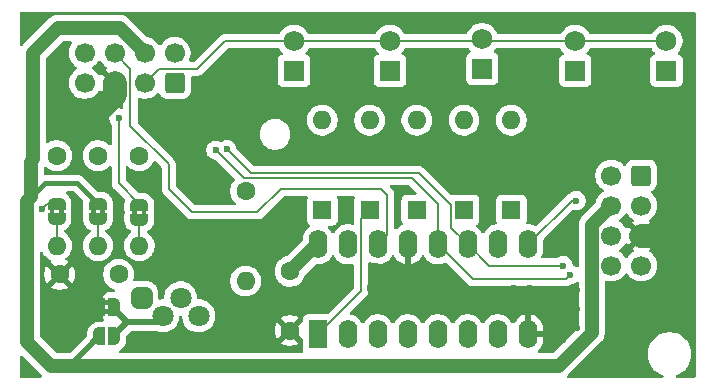
<source format=gbr>
%TF.GenerationSoftware,KiCad,Pcbnew,9.0.2*%
%TF.CreationDate,2025-06-11T23:47:40-06:00*%
%TF.ProjectId,Isolinear Board PCB,49736f6c-696e-4656-9172-20426f617264,rev?*%
%TF.SameCoordinates,Original*%
%TF.FileFunction,Copper,L2,Bot*%
%TF.FilePolarity,Positive*%
%FSLAX46Y46*%
G04 Gerber Fmt 4.6, Leading zero omitted, Abs format (unit mm)*
G04 Created by KiCad (PCBNEW 9.0.2) date 2025-06-11 23:47:40*
%MOMM*%
%LPD*%
G01*
G04 APERTURE LIST*
G04 Aperture macros list*
%AMRoundRect*
0 Rectangle with rounded corners*
0 $1 Rounding radius*
0 $2 $3 $4 $5 $6 $7 $8 $9 X,Y pos of 4 corners*
0 Add a 4 corners polygon primitive as box body*
4,1,4,$2,$3,$4,$5,$6,$7,$8,$9,$2,$3,0*
0 Add four circle primitives for the rounded corners*
1,1,$1+$1,$2,$3*
1,1,$1+$1,$4,$5*
1,1,$1+$1,$6,$7*
1,1,$1+$1,$8,$9*
0 Add four rect primitives between the rounded corners*
20,1,$1+$1,$2,$3,$4,$5,0*
20,1,$1+$1,$4,$5,$6,$7,0*
20,1,$1+$1,$6,$7,$8,$9,0*
20,1,$1+$1,$8,$9,$2,$3,0*%
%AMFreePoly0*
4,1,23,0.500000,-0.750000,0.000000,-0.750000,0.000000,-0.745722,-0.065263,-0.745722,-0.191342,-0.711940,-0.304381,-0.646677,-0.396677,-0.554381,-0.461940,-0.441342,-0.495722,-0.315263,-0.495722,-0.250000,-0.500000,-0.250000,-0.500000,0.250000,-0.495722,0.250000,-0.495722,0.315263,-0.461940,0.441342,-0.396677,0.554381,-0.304381,0.646677,-0.191342,0.711940,-0.065263,0.745722,0.000000,0.745722,
0.000000,0.750000,0.500000,0.750000,0.500000,-0.750000,0.500000,-0.750000,$1*%
%AMFreePoly1*
4,1,23,0.000000,0.745722,0.065263,0.745722,0.191342,0.711940,0.304381,0.646677,0.396677,0.554381,0.461940,0.441342,0.495722,0.315263,0.495722,0.250000,0.500000,0.250000,0.500000,-0.250000,0.495722,-0.250000,0.495722,-0.315263,0.461940,-0.441342,0.396677,-0.554381,0.304381,-0.646677,0.191342,-0.711940,0.065263,-0.745722,0.000000,-0.745722,0.000000,-0.750000,-0.500000,-0.750000,
-0.500000,0.750000,0.000000,0.750000,0.000000,0.745722,0.000000,0.745722,$1*%
G04 Aperture macros list end*
%TA.AperFunction,EtchedComponent*%
%ADD10C,0.000000*%
%TD*%
%TA.AperFunction,ComponentPad*%
%ADD11C,1.600000*%
%TD*%
%TA.AperFunction,ComponentPad*%
%ADD12O,1.600000X1.600000*%
%TD*%
%TA.AperFunction,ComponentPad*%
%ADD13RoundRect,0.450000X-0.450000X-0.450000X0.450000X-0.450000X0.450000X0.450000X-0.450000X0.450000X0*%
%TD*%
%TA.AperFunction,ComponentPad*%
%ADD14C,1.800000*%
%TD*%
%TA.AperFunction,ComponentPad*%
%ADD15R,1.600000X1.600000*%
%TD*%
%TA.AperFunction,ComponentPad*%
%ADD16R,1.600000X2.400000*%
%TD*%
%TA.AperFunction,ComponentPad*%
%ADD17O,1.600000X2.400000*%
%TD*%
%TA.AperFunction,ComponentPad*%
%ADD18RoundRect,0.250000X0.600000X0.600000X-0.600000X0.600000X-0.600000X-0.600000X0.600000X-0.600000X0*%
%TD*%
%TA.AperFunction,ComponentPad*%
%ADD19C,1.700000*%
%TD*%
%TA.AperFunction,ComponentPad*%
%ADD20R,1.750000X1.750000*%
%TD*%
%TA.AperFunction,ComponentPad*%
%ADD21C,1.750000*%
%TD*%
%TA.AperFunction,SMDPad,CuDef*%
%ADD22FreePoly0,180.000000*%
%TD*%
%TA.AperFunction,SMDPad,CuDef*%
%ADD23FreePoly1,180.000000*%
%TD*%
%TA.AperFunction,SMDPad,CuDef*%
%ADD24FreePoly0,270.000000*%
%TD*%
%TA.AperFunction,SMDPad,CuDef*%
%ADD25FreePoly1,270.000000*%
%TD*%
%TA.AperFunction,SMDPad,CuDef*%
%ADD26FreePoly0,90.000000*%
%TD*%
%TA.AperFunction,SMDPad,CuDef*%
%ADD27FreePoly1,90.000000*%
%TD*%
%TA.AperFunction,ComponentPad*%
%ADD28RoundRect,0.250000X0.600000X-0.600000X0.600000X0.600000X-0.600000X0.600000X-0.600000X-0.600000X0*%
%TD*%
%TA.AperFunction,SMDPad,CuDef*%
%ADD29FreePoly0,0.000000*%
%TD*%
%TA.AperFunction,SMDPad,CuDef*%
%ADD30FreePoly1,0.000000*%
%TD*%
%TA.AperFunction,ViaPad*%
%ADD31C,0.600000*%
%TD*%
%TA.AperFunction,Conductor*%
%ADD32C,0.200000*%
%TD*%
%TA.AperFunction,Conductor*%
%ADD33C,2.000000*%
%TD*%
%TA.AperFunction,Conductor*%
%ADD34C,1.200000*%
%TD*%
%TA.AperFunction,Conductor*%
%ADD35C,0.400000*%
%TD*%
%TA.AperFunction,Conductor*%
%ADD36C,0.500000*%
%TD*%
G04 APERTURE END LIST*
D10*
%TA.AperFunction,EtchedComponent*%
%TO.C,JP4*%
G36*
X121000000Y-141800000D02*
G01*
X120500000Y-141800000D01*
X120500000Y-141400000D01*
X121000000Y-141400000D01*
X121000000Y-141800000D01*
G37*
%TD.AperFunction*%
%TA.AperFunction,EtchedComponent*%
G36*
X121000000Y-142600000D02*
G01*
X120500000Y-142600000D01*
X120500000Y-142200000D01*
X121000000Y-142200000D01*
X121000000Y-142600000D01*
G37*
%TD.AperFunction*%
%TA.AperFunction,EtchedComponent*%
%TO.C,JP3*%
G36*
X116300000Y-134150000D02*
G01*
X115900000Y-134150000D01*
X115900000Y-133650000D01*
X116300000Y-133650000D01*
X116300000Y-134150000D01*
G37*
%TD.AperFunction*%
%TA.AperFunction,EtchedComponent*%
G36*
X117100000Y-134150000D02*
G01*
X116700000Y-134150000D01*
X116700000Y-133650000D01*
X117100000Y-133650000D01*
X117100000Y-134150000D01*
G37*
%TD.AperFunction*%
%TA.AperFunction,EtchedComponent*%
%TO.C,JP2*%
G36*
X119800000Y-134150000D02*
G01*
X119400000Y-134150000D01*
X119400000Y-133650000D01*
X119800000Y-133650000D01*
X119800000Y-134150000D01*
G37*
%TD.AperFunction*%
%TA.AperFunction,EtchedComponent*%
G36*
X120600000Y-134150000D02*
G01*
X120200000Y-134150000D01*
X120200000Y-133650000D01*
X120600000Y-133650000D01*
X120600000Y-134150000D01*
G37*
%TD.AperFunction*%
%TA.AperFunction,EtchedComponent*%
%TO.C,JP1*%
G36*
X123300000Y-134250000D02*
G01*
X122900000Y-134250000D01*
X122900000Y-133750000D01*
X123300000Y-133750000D01*
X123300000Y-134250000D01*
G37*
%TD.AperFunction*%
%TA.AperFunction,EtchedComponent*%
G36*
X124100000Y-134250000D02*
G01*
X123700000Y-134250000D01*
X123700000Y-133750000D01*
X124100000Y-133750000D01*
X124100000Y-134250000D01*
G37*
%TD.AperFunction*%
%TD*%
D11*
%TO.P,R1,1*%
%TO.N,+3V3*%
X132500000Y-132190000D03*
D12*
%TO.P,R1,2*%
%TO.N,Net-(U1-~{SRCLR})*%
X132500000Y-139810000D03*
%TD*%
D13*
%TO.P,D1,1,DOUT*%
%TO.N,Net-(D1-DOUT)*%
X123700000Y-141240000D03*
D14*
%TO.P,D1,2,GND*%
%TO.N,Net-(D1-GND)*%
X125478000Y-142764000D03*
%TO.P,D1,3,VDD*%
%TO.N,Net-(D1-VDD)*%
X127002000Y-141240000D03*
%TO.P,D1,4,DIN*%
%TO.N,Net-(D1-DIN)*%
X128526000Y-142764000D03*
%TD*%
D11*
%TO.P,R3,1*%
%TO.N,/LED_G*%
X120000000Y-129190000D03*
D12*
%TO.P,R3,2*%
%TO.N,Net-(D1-VDD)*%
X120000000Y-136810000D03*
%TD*%
D15*
%TO.P,D6,1,K*%
%TO.N,/Switch 2*%
X143000000Y-133810000D03*
D12*
%TO.P,D6,2,A*%
%TO.N,Net-(D6-A)*%
X143000000Y-126190000D03*
%TD*%
D15*
%TO.P,D4,1,K*%
%TO.N,/Switch 4*%
X151000000Y-133810000D03*
D12*
%TO.P,D4,2,A*%
%TO.N,Net-(D4-A)*%
X151000000Y-126190000D03*
%TD*%
D15*
%TO.P,D5,1,K*%
%TO.N,/Switch 5*%
X155000000Y-133810000D03*
D12*
%TO.P,D5,2,A*%
%TO.N,Net-(D5-A)*%
X155000000Y-126190000D03*
%TD*%
D15*
%TO.P,D2,1,K*%
%TO.N,/Switch 1*%
X139000000Y-133810000D03*
D12*
%TO.P,D2,2,A*%
%TO.N,Net-(D2-A)*%
X139000000Y-126190000D03*
%TD*%
D11*
%TO.P,R4,1*%
%TO.N,/LED_B*%
X123500000Y-129190000D03*
D12*
%TO.P,R4,2*%
%TO.N,Net-(D1-DIN)*%
X123500000Y-136810000D03*
%TD*%
D15*
%TO.P,D3,1,K*%
%TO.N,/Switch 3*%
X147000000Y-133810000D03*
D12*
%TO.P,D3,2,A*%
%TO.N,Net-(D3-A)*%
X147000000Y-126190000D03*
%TD*%
D16*
%TO.P,U1,1,QB*%
%TO.N,/Switch 2*%
X138625000Y-144325000D03*
D17*
%TO.P,U1,2,QC*%
%TO.N,/Switch 3*%
X141165000Y-144325000D03*
%TO.P,U1,3,QD*%
%TO.N,/Switch 4*%
X143705000Y-144325000D03*
%TO.P,U1,4,QE*%
%TO.N,/Switch 5*%
X146245000Y-144325000D03*
%TO.P,U1,5,QF*%
%TO.N,/LED_R*%
X148785000Y-144325000D03*
%TO.P,U1,6,QG*%
%TO.N,/LED_G*%
X151325000Y-144325000D03*
%TO.P,U1,7,QH*%
%TO.N,/LED_B*%
X153865000Y-144325000D03*
%TO.P,U1,8,GND*%
%TO.N,GND*%
X156405000Y-144325000D03*
%TO.P,U1,9,QH'*%
%TO.N,/DATA_OUT*%
X156405000Y-136705000D03*
%TO.P,U1,10,~{SRCLR}*%
%TO.N,Net-(U1-~{SRCLR})*%
X153865000Y-136705000D03*
%TO.P,U1,11,SRCLK*%
%TO.N,/Data_Clock*%
X151325000Y-136705000D03*
%TO.P,U1,12,RCLK*%
%TO.N,/Latch_Clock*%
X148785000Y-136705000D03*
%TO.P,U1,13,~{OE}*%
%TO.N,GND*%
X146245000Y-136705000D03*
%TO.P,U1,14,SER*%
%TO.N,/Data_In*%
X143705000Y-136705000D03*
%TO.P,U1,15,QA*%
%TO.N,/Switch 1*%
X141165000Y-136705000D03*
%TO.P,U1,16,VCC*%
%TO.N,+3V3*%
X138625000Y-136705000D03*
%TD*%
D11*
%TO.P,R2,1*%
%TO.N,/LED_R*%
X116500000Y-129190000D03*
D12*
%TO.P,R2,2*%
%TO.N,Net-(D1-DOUT)*%
X116500000Y-136810000D03*
%TD*%
D18*
%TO.P,J7,1,Pin_1*%
%TO.N,+3V3*%
X166000000Y-130880000D03*
D19*
%TO.P,J7,2,Pin_2*%
%TO.N,/LED_Dout*%
X163460000Y-130880000D03*
%TO.P,J7,3,Pin_3*%
%TO.N,/MCU_ANALOG*%
X166000000Y-133420000D03*
%TO.P,J7,4,Pin_4*%
%TO.N,+5V*%
X163460000Y-133420000D03*
%TO.P,J7,5,Pin_5*%
%TO.N,GND*%
X166000000Y-135960000D03*
%TO.P,J7,6,Pin_6*%
%TO.N,/DATA_OUT*%
X163460000Y-135960000D03*
%TO.P,J7,7,Pin_7*%
%TO.N,/Data_Clock*%
X166000000Y-138500000D03*
%TO.P,J7,8,Pin_8*%
%TO.N,/Latch_Clock*%
X163460000Y-138500000D03*
%TD*%
D20*
%TO.P,J5,1,Pin_1*%
%TO.N,Net-(D5-A)*%
X168125000Y-122000000D03*
D21*
%TO.P,J5,2,Pin_2*%
%TO.N,/MCU_ANALOG*%
X168125000Y-119500000D03*
%TD*%
D22*
%TO.P,JP4,1,A*%
%TO.N,Net-(D1-GND)*%
X121400000Y-142000000D03*
D23*
%TO.P,JP4,2,B*%
%TO.N,GND*%
X120100000Y-142000000D03*
%TD*%
D11*
%TO.P,C1,1*%
%TO.N,Net-(D1-VDD)*%
X121750000Y-139250000D03*
%TO.P,C1,2*%
%TO.N,GND*%
X116750000Y-139250000D03*
%TD*%
%TO.P,C2,1*%
%TO.N,+3V3*%
X136250000Y-139000000D03*
%TO.P,C2,2*%
%TO.N,GND*%
X136250000Y-144000000D03*
%TD*%
D24*
%TO.P,JP3,1,A*%
%TO.N,/LED_Dout*%
X116500000Y-133250000D03*
D25*
%TO.P,JP3,2,B*%
%TO.N,Net-(D1-DOUT)*%
X116500000Y-134550000D03*
%TD*%
D26*
%TO.P,JP2,1,A*%
%TO.N,Net-(D1-VDD)*%
X120000000Y-134550000D03*
D27*
%TO.P,JP2,2,B*%
%TO.N,+5V*%
X120000000Y-133250000D03*
%TD*%
D20*
%TO.P,J1,1,Pin_1*%
%TO.N,Net-(D2-A)*%
X136600000Y-122000000D03*
D21*
%TO.P,J1,2,Pin_2*%
%TO.N,/MCU_ANALOG*%
X136600000Y-119500000D03*
%TD*%
D28*
%TO.P,J6,1,Pin_1*%
%TO.N,+3V3*%
X126500000Y-123040000D03*
D19*
%TO.P,J6,2,Pin_2*%
%TO.N,/LED_DIN*%
X126500000Y-120500000D03*
%TO.P,J6,3,Pin_3*%
%TO.N,/MCU_ANALOG*%
X123960000Y-123040000D03*
%TO.P,J6,4,Pin_4*%
%TO.N,+5V*%
X123960000Y-120500000D03*
%TO.P,J6,5,Pin_5*%
%TO.N,GND*%
X121420000Y-123040000D03*
%TO.P,J6,6,Pin_6*%
%TO.N,/Data_In*%
X121420000Y-120500000D03*
%TO.P,J6,7,Pin_7*%
%TO.N,/Data_Clock*%
X118880000Y-123040000D03*
%TO.P,J6,8,Pin_8*%
%TO.N,/Latch_Clock*%
X118880000Y-120500000D03*
%TD*%
D20*
%TO.P,J2,1,Pin_1*%
%TO.N,Net-(D6-A)*%
X144725000Y-122000000D03*
D21*
%TO.P,J2,2,Pin_2*%
%TO.N,/MCU_ANALOG*%
X144725000Y-119500000D03*
%TD*%
D29*
%TO.P,JP5,1,A*%
%TO.N,+5V*%
X120100000Y-144500000D03*
D30*
%TO.P,JP5,2,B*%
%TO.N,Net-(D1-GND)*%
X121400000Y-144500000D03*
%TD*%
D20*
%TO.P,J4,1,Pin_1*%
%TO.N,Net-(D4-A)*%
X160400000Y-122000000D03*
D21*
%TO.P,J4,2,Pin_2*%
%TO.N,/MCU_ANALOG*%
X160400000Y-119500000D03*
%TD*%
D26*
%TO.P,JP1,1,A*%
%TO.N,Net-(D1-DIN)*%
X123500000Y-134650000D03*
D27*
%TO.P,JP1,2,B*%
%TO.N,/LED_DIN*%
X123500000Y-133350000D03*
%TD*%
D20*
%TO.P,J3,1,Pin_1*%
%TO.N,Net-(D3-A)*%
X152525000Y-121850000D03*
D21*
%TO.P,J3,2,Pin_2*%
%TO.N,/MCU_ANALOG*%
X152525000Y-119350000D03*
%TD*%
D31*
%TO.N,GND*%
X139750000Y-138750000D03*
X124000000Y-125800000D03*
X144500000Y-140000000D03*
X125000000Y-145400000D03*
X145500000Y-132500000D03*
X145000000Y-127900000D03*
X147500000Y-138750000D03*
X156000000Y-141500000D03*
X128000000Y-131800000D03*
X132000000Y-145250000D03*
X131000000Y-121500000D03*
X158200000Y-127200000D03*
X165750000Y-126250000D03*
X143000000Y-140400000D03*
X154000000Y-141500000D03*
X156600000Y-140400000D03*
X116500000Y-125750000D03*
X159400000Y-144800000D03*
X117250000Y-127250000D03*
X140000000Y-121500000D03*
X145000000Y-138750000D03*
X156000000Y-120750000D03*
X163400000Y-143000000D03*
X129250000Y-135750000D03*
X126500000Y-134000000D03*
X132300000Y-128300000D03*
X164600000Y-140800000D03*
X119000000Y-125750000D03*
X133750000Y-137500000D03*
X118400000Y-127200000D03*
X125200000Y-119400000D03*
X117000000Y-145500000D03*
X124700000Y-124600000D03*
X114250000Y-147250000D03*
X146200000Y-140600000D03*
X139750000Y-140250000D03*
X151200000Y-130600000D03*
X148000000Y-118000000D03*
X169500000Y-118000000D03*
X138500000Y-139000000D03*
X163500000Y-146500000D03*
X159600000Y-143000000D03*
X160600000Y-142200000D03*
X164000000Y-121850000D03*
X124800000Y-126900000D03*
X136500000Y-133500000D03*
X159750000Y-136000000D03*
X169200000Y-136000000D03*
X130300000Y-117900000D03*
X124000000Y-125000000D03*
X141000000Y-140000000D03*
X114500000Y-118000000D03*
X116000000Y-121250000D03*
X123500000Y-145000000D03*
X116500000Y-141250000D03*
X159600000Y-141500000D03*
X160600000Y-140600000D03*
X130000000Y-145250000D03*
X141000000Y-139000000D03*
X155200000Y-143000000D03*
X169500000Y-140500000D03*
X167600000Y-137400000D03*
X138500000Y-140000000D03*
X129000000Y-132800000D03*
X168500000Y-137750000D03*
X149000000Y-140400000D03*
X141000000Y-133500000D03*
X168000000Y-136000000D03*
X116750000Y-123500000D03*
X127100000Y-130900000D03*
X163400000Y-140800000D03*
X126800000Y-145400000D03*
X168500000Y-133000000D03*
X128500000Y-145000000D03*
X143500000Y-138500000D03*
X149500000Y-138750000D03*
X155200000Y-140400000D03*
X168500000Y-126500000D03*
X161000000Y-131000000D03*
X134000000Y-144500000D03*
X169200000Y-137000000D03*
X160600000Y-143800000D03*
%TO.N,/Latch_Clock*%
X129975000Y-128725000D03*
X160002983Y-139258949D03*
%TO.N,/Data_Clock*%
X159400000Y-138500000D03*
X130925000Y-128675000D03*
%TO.N,/LED_DIN*%
X121750000Y-126000000D03*
%TO.N,/LED_Dout*%
X115250000Y-133750000D03*
%TO.N,/DATA_OUT*%
X160500000Y-133000000D03*
%TD*%
D32*
%TO.N,Net-(D1-VDD)*%
X119976000Y-134749000D02*
X120000000Y-134725000D01*
X120000000Y-134725000D02*
X120000000Y-136810000D01*
%TO.N,Net-(D1-DIN)*%
X123500000Y-134725000D02*
X123500000Y-136810000D01*
%TO.N,Net-(D1-DOUT)*%
X116674000Y-134899000D02*
X116500000Y-134725000D01*
X116500000Y-134725000D02*
X116500000Y-136810000D01*
D33*
%TO.N,GND*%
X121420000Y-124080000D02*
X120375000Y-125125000D01*
X166000000Y-135960000D02*
X167960000Y-135960000D01*
X167960000Y-135960000D02*
X168000000Y-136000000D01*
X121420000Y-123040000D02*
X121420000Y-124080000D01*
D32*
%TO.N,/MCU_ANALOG*%
X123960000Y-123040000D02*
X125160000Y-121840000D01*
X130750000Y-119500000D02*
X168125000Y-119500000D01*
X128410000Y-121840000D02*
X130750000Y-119500000D01*
X125160000Y-121840000D02*
X128410000Y-121840000D01*
%TO.N,/Latch_Clock*%
X129975000Y-128725000D02*
X132340000Y-131090000D01*
X146590000Y-131090000D02*
X148785000Y-133285000D01*
X132340000Y-131090000D02*
X146590000Y-131090000D01*
X160002983Y-139258949D02*
X159611932Y-139650000D01*
X159611932Y-139650000D02*
X151730000Y-139650000D01*
X151730000Y-139650000D02*
X148785000Y-136705000D01*
X148785000Y-133285000D02*
X148785000Y-136705000D01*
%TO.N,/Data_In*%
X144500000Y-132500000D02*
X144000000Y-132000000D01*
X135500000Y-132000000D02*
X133500000Y-134000000D01*
X144500000Y-135910000D02*
X144500000Y-132500000D01*
X126000000Y-129934314D02*
X122750000Y-126684314D01*
X144000000Y-132000000D02*
X135500000Y-132000000D01*
X122750000Y-121830000D02*
X121420000Y-120500000D01*
X143705000Y-136705000D02*
X144500000Y-135910000D01*
X126000000Y-132000000D02*
X126000000Y-129934314D01*
X133500000Y-134000000D02*
X128000000Y-134000000D01*
X122750000Y-126684314D02*
X122750000Y-121830000D01*
X128000000Y-134000000D02*
X126000000Y-132000000D01*
%TO.N,/Data_Clock*%
X130925000Y-128675000D02*
X132940000Y-130690000D01*
X132940000Y-130690000D02*
X147190000Y-130690000D01*
X153120000Y-138500000D02*
X151325000Y-136705000D01*
X149900000Y-133400000D02*
X149900000Y-135280000D01*
X149900000Y-135280000D02*
X151325000Y-136705000D01*
X147190000Y-130690000D02*
X149900000Y-133400000D01*
X159400000Y-138500000D02*
X153120000Y-138500000D01*
%TO.N,/LED_DIN*%
X121750000Y-126000000D02*
X121750000Y-131525000D01*
X121750000Y-131525000D02*
X123500000Y-133275000D01*
D34*
%TO.N,+5V*%
X114300000Y-132700000D02*
X114300000Y-129700000D01*
X114500000Y-120500000D02*
X116600000Y-118400000D01*
D35*
X115500000Y-131500000D02*
X118225000Y-131500000D01*
D32*
X117600000Y-147000000D02*
X116000000Y-147000000D01*
D34*
X159000000Y-147000000D02*
X161800000Y-144200000D01*
X121860000Y-118400000D02*
X123960000Y-120500000D01*
X114500000Y-129500000D02*
X114500000Y-120500000D01*
D36*
X120100000Y-144500000D02*
X117600000Y-147000000D01*
D34*
X114300000Y-132700000D02*
X114000000Y-133000000D01*
X114000000Y-145000000D02*
X116000000Y-147000000D01*
X116600000Y-118400000D02*
X121860000Y-118400000D01*
X114300000Y-129700000D02*
X114500000Y-129500000D01*
D35*
X118225000Y-131500000D02*
X120000000Y-133275000D01*
X114300000Y-132700000D02*
X115500000Y-131500000D01*
D34*
X161800000Y-135080000D02*
X163460000Y-133420000D01*
X116000000Y-147000000D02*
X159000000Y-147000000D01*
X161800000Y-144200000D02*
X161800000Y-135080000D01*
X114000000Y-133000000D02*
X114000000Y-145000000D01*
%TO.N,+3V3*%
X138545000Y-136705000D02*
X136250000Y-139000000D01*
X138625000Y-136705000D02*
X138545000Y-136705000D01*
D32*
%TO.N,/LED_Dout*%
X115725000Y-133275000D02*
X116500000Y-133275000D01*
X115250000Y-133750000D02*
X115725000Y-133275000D01*
%TO.N,/DATA_OUT*%
X156405000Y-136705000D02*
X160110000Y-133000000D01*
X160110000Y-133000000D02*
X160500000Y-133000000D01*
X156405000Y-136705000D02*
X156810000Y-137110000D01*
%TO.N,/Switch 2*%
X143000000Y-133810000D02*
X142265000Y-134545000D01*
X142265000Y-134545000D02*
X142265000Y-140685000D01*
X142265000Y-140685000D02*
X138625000Y-144325000D01*
D36*
%TO.N,Net-(D1-GND)*%
X121400000Y-144350000D02*
X121400000Y-144500000D01*
X121400000Y-142150000D02*
X121400000Y-142000000D01*
X122500000Y-143250000D02*
X124992000Y-143250000D01*
X124992000Y-143250000D02*
X125478000Y-142764000D01*
X122500000Y-143250000D02*
X121400000Y-142150000D01*
X122500000Y-143250000D02*
X121400000Y-144350000D01*
%TD*%
%TA.AperFunction,Conductor*%
%TO.N,GND*%
G36*
X113605703Y-146162491D02*
G01*
X113612181Y-146168523D01*
X115231477Y-147787819D01*
X115264962Y-147849142D01*
X115259978Y-147918834D01*
X115218106Y-147974767D01*
X115152642Y-147999184D01*
X115143796Y-147999500D01*
X113524500Y-147999500D01*
X113457461Y-147979815D01*
X113411706Y-147927011D01*
X113400500Y-147875500D01*
X113400500Y-146256204D01*
X113420185Y-146189165D01*
X113472989Y-146143410D01*
X113542147Y-146133466D01*
X113605703Y-146162491D01*
G37*
%TD.AperFunction*%
%TA.AperFunction,Conductor*%
G36*
X170542539Y-117020185D02*
G01*
X170588294Y-117072989D01*
X170599500Y-117124500D01*
X170599500Y-147875500D01*
X170579815Y-147942539D01*
X170527011Y-147988294D01*
X170475500Y-147999500D01*
X169029420Y-147999500D01*
X168962381Y-147979815D01*
X168916626Y-147927011D01*
X168906682Y-147857853D01*
X168935707Y-147794297D01*
X168992427Y-147757845D01*
X168992262Y-147757357D01*
X168994222Y-147756691D01*
X168994485Y-147756523D01*
X168995838Y-147756143D01*
X168996090Y-147756056D01*
X168996100Y-147756054D01*
X169220212Y-147663224D01*
X169430289Y-147541936D01*
X169622738Y-147394265D01*
X169794265Y-147222738D01*
X169941936Y-147030289D01*
X170063224Y-146820212D01*
X170156054Y-146596100D01*
X170218838Y-146361789D01*
X170250500Y-146121288D01*
X170250500Y-145878712D01*
X170248455Y-145863182D01*
X170227525Y-145704200D01*
X170218838Y-145638211D01*
X170156054Y-145403900D01*
X170063224Y-145179788D01*
X169941936Y-144969711D01*
X169832700Y-144827352D01*
X169794266Y-144777263D01*
X169794260Y-144777256D01*
X169622743Y-144605739D01*
X169622736Y-144605733D01*
X169430293Y-144458067D01*
X169430292Y-144458066D01*
X169430289Y-144458064D01*
X169220212Y-144336776D01*
X169220205Y-144336773D01*
X168996104Y-144243947D01*
X168761785Y-144181161D01*
X168521289Y-144149500D01*
X168521288Y-144149500D01*
X168278712Y-144149500D01*
X168278711Y-144149500D01*
X168038214Y-144181161D01*
X167803895Y-144243947D01*
X167579794Y-144336773D01*
X167579785Y-144336777D01*
X167369706Y-144458067D01*
X167177263Y-144605733D01*
X167177256Y-144605739D01*
X167005739Y-144777256D01*
X167005733Y-144777263D01*
X166858067Y-144969706D01*
X166736777Y-145179785D01*
X166736773Y-145179794D01*
X166643947Y-145403895D01*
X166581161Y-145638214D01*
X166549500Y-145878711D01*
X166549500Y-146121288D01*
X166581161Y-146361785D01*
X166643947Y-146596104D01*
X166736773Y-146820205D01*
X166736776Y-146820212D01*
X166858064Y-147030289D01*
X166858066Y-147030292D01*
X166858067Y-147030293D01*
X167005733Y-147222736D01*
X167005739Y-147222743D01*
X167177256Y-147394260D01*
X167177262Y-147394265D01*
X167369711Y-147541936D01*
X167579788Y-147663224D01*
X167803900Y-147756054D01*
X167803904Y-147756055D01*
X167807738Y-147757357D01*
X167807328Y-147758564D01*
X167862330Y-147792086D01*
X167892862Y-147854932D01*
X167884570Y-147924308D01*
X167840087Y-147978188D01*
X167773536Y-147999465D01*
X167770580Y-147999500D01*
X159856204Y-147999500D01*
X159789165Y-147979815D01*
X159743410Y-147927011D01*
X159733466Y-147857853D01*
X159762491Y-147794297D01*
X159768523Y-147787819D01*
X161194557Y-146361785D01*
X162639414Y-144916928D01*
X162741232Y-144776788D01*
X162819873Y-144622445D01*
X162873402Y-144457701D01*
X162900500Y-144286611D01*
X162900500Y-144113389D01*
X162900500Y-139908877D01*
X162920185Y-139841838D01*
X162972989Y-139796083D01*
X163042147Y-139786139D01*
X163062802Y-139790942D01*
X163143757Y-139817246D01*
X163353713Y-139850500D01*
X163353714Y-139850500D01*
X163566286Y-139850500D01*
X163566287Y-139850500D01*
X163776243Y-139817246D01*
X163978412Y-139751557D01*
X164167816Y-139655051D01*
X164212287Y-139622741D01*
X164339786Y-139530109D01*
X164339788Y-139530106D01*
X164339792Y-139530104D01*
X164490104Y-139379792D01*
X164490106Y-139379788D01*
X164490109Y-139379786D01*
X164615048Y-139207820D01*
X164615047Y-139207820D01*
X164615051Y-139207816D01*
X164619514Y-139199054D01*
X164667488Y-139148259D01*
X164735308Y-139131463D01*
X164801444Y-139153999D01*
X164840486Y-139199056D01*
X164844951Y-139207820D01*
X164969890Y-139379786D01*
X165120213Y-139530109D01*
X165292179Y-139655048D01*
X165292181Y-139655049D01*
X165292184Y-139655051D01*
X165481588Y-139751557D01*
X165683757Y-139817246D01*
X165893713Y-139850500D01*
X165893714Y-139850500D01*
X166106286Y-139850500D01*
X166106287Y-139850500D01*
X166316243Y-139817246D01*
X166518412Y-139751557D01*
X166707816Y-139655051D01*
X166752287Y-139622741D01*
X166879786Y-139530109D01*
X166879788Y-139530106D01*
X166879792Y-139530104D01*
X167030104Y-139379792D01*
X167030106Y-139379788D01*
X167030109Y-139379786D01*
X167155048Y-139207820D01*
X167155047Y-139207820D01*
X167155051Y-139207816D01*
X167251557Y-139018412D01*
X167317246Y-138816243D01*
X167350500Y-138606287D01*
X167350500Y-138393713D01*
X167317246Y-138183757D01*
X167251557Y-137981588D01*
X167155051Y-137792184D01*
X167155049Y-137792181D01*
X167155048Y-137792179D01*
X167030109Y-137620213D01*
X166879786Y-137469890D01*
X166707817Y-137344949D01*
X166698504Y-137340204D01*
X166647707Y-137292230D01*
X166630912Y-137224409D01*
X166653449Y-137158274D01*
X166698507Y-137119232D01*
X166707555Y-137114622D01*
X166761716Y-137075270D01*
X166761717Y-137075270D01*
X166129408Y-136442962D01*
X166192993Y-136425925D01*
X166307007Y-136360099D01*
X166400099Y-136267007D01*
X166465925Y-136152993D01*
X166482962Y-136089408D01*
X167115270Y-136721717D01*
X167115270Y-136721716D01*
X167154622Y-136667554D01*
X167251095Y-136478217D01*
X167316757Y-136276130D01*
X167316757Y-136276127D01*
X167350000Y-136066246D01*
X167350000Y-135853753D01*
X167316757Y-135643872D01*
X167316757Y-135643869D01*
X167251095Y-135441782D01*
X167154624Y-135252449D01*
X167115270Y-135198282D01*
X167115269Y-135198282D01*
X166482962Y-135830590D01*
X166465925Y-135767007D01*
X166400099Y-135652993D01*
X166307007Y-135559901D01*
X166192993Y-135494075D01*
X166129409Y-135477037D01*
X166761716Y-134844728D01*
X166707547Y-134805373D01*
X166707547Y-134805372D01*
X166698500Y-134800763D01*
X166647706Y-134752788D01*
X166630912Y-134684966D01*
X166653451Y-134618832D01*
X166698508Y-134579793D01*
X166707816Y-134575051D01*
X166837928Y-134480520D01*
X166879786Y-134450109D01*
X166879788Y-134450106D01*
X166879792Y-134450104D01*
X167030104Y-134299792D01*
X167030106Y-134299788D01*
X167030109Y-134299786D01*
X167155048Y-134127820D01*
X167155047Y-134127820D01*
X167155051Y-134127816D01*
X167251557Y-133938412D01*
X167317246Y-133736243D01*
X167350500Y-133526287D01*
X167350500Y-133313713D01*
X167317246Y-133103757D01*
X167251557Y-132901588D01*
X167155051Y-132712184D01*
X167155049Y-132712181D01*
X167155048Y-132712179D01*
X167030109Y-132540213D01*
X166879790Y-132389894D01*
X166879785Y-132389890D01*
X166874891Y-132386334D01*
X166832227Y-132331003D01*
X166826249Y-132261390D01*
X166858857Y-132199595D01*
X166908774Y-132168312D01*
X166919334Y-132164814D01*
X167068656Y-132072712D01*
X167192712Y-131948656D01*
X167284814Y-131799334D01*
X167339999Y-131632797D01*
X167350500Y-131530009D01*
X167350499Y-130229992D01*
X167350402Y-130229047D01*
X167339999Y-130127203D01*
X167339998Y-130127200D01*
X167284814Y-129960666D01*
X167192712Y-129811344D01*
X167068656Y-129687288D01*
X166919334Y-129595186D01*
X166752797Y-129540001D01*
X166752795Y-129540000D01*
X166650010Y-129529500D01*
X165349998Y-129529500D01*
X165349981Y-129529501D01*
X165247203Y-129540000D01*
X165247200Y-129540001D01*
X165080668Y-129595185D01*
X165080663Y-129595187D01*
X164931342Y-129687289D01*
X164807289Y-129811342D01*
X164715187Y-129960663D01*
X164715183Y-129960673D01*
X164711685Y-129971229D01*
X164671910Y-130028672D01*
X164607393Y-130055493D01*
X164538618Y-130043174D01*
X164493663Y-130005106D01*
X164490105Y-130000209D01*
X164339786Y-129849890D01*
X164167820Y-129724951D01*
X163978414Y-129628444D01*
X163978413Y-129628443D01*
X163978412Y-129628443D01*
X163776243Y-129562754D01*
X163776241Y-129562753D01*
X163776240Y-129562753D01*
X163614957Y-129537208D01*
X163566287Y-129529500D01*
X163353713Y-129529500D01*
X163305042Y-129537208D01*
X163143760Y-129562753D01*
X162941585Y-129628444D01*
X162752179Y-129724951D01*
X162580213Y-129849890D01*
X162429890Y-130000213D01*
X162304951Y-130172179D01*
X162208444Y-130361585D01*
X162142753Y-130563760D01*
X162116897Y-130727011D01*
X162109500Y-130773713D01*
X162109500Y-130986287D01*
X162142754Y-131196243D01*
X162190367Y-131342781D01*
X162208444Y-131398414D01*
X162304951Y-131587820D01*
X162429890Y-131759786D01*
X162580213Y-131910109D01*
X162752182Y-132035050D01*
X162760946Y-132039516D01*
X162811742Y-132087491D01*
X162828536Y-132155312D01*
X162805998Y-132221447D01*
X162760946Y-132260484D01*
X162752182Y-132264949D01*
X162580213Y-132389890D01*
X162429890Y-132540213D01*
X162304951Y-132712179D01*
X162208444Y-132901585D01*
X162142753Y-133103759D01*
X162134537Y-133155630D01*
X162104606Y-133218764D01*
X162099745Y-133223911D01*
X161083072Y-134240586D01*
X160960588Y-134363069D01*
X160960588Y-134363070D01*
X160960586Y-134363072D01*
X160916859Y-134423256D01*
X160858768Y-134503211D01*
X160780128Y-134657552D01*
X160726597Y-134822302D01*
X160699500Y-134993389D01*
X160699500Y-138529605D01*
X160679815Y-138596644D01*
X160627011Y-138642399D01*
X160557853Y-138652343D01*
X160506609Y-138632707D01*
X160382168Y-138549558D01*
X160382159Y-138549553D01*
X160273255Y-138504444D01*
X160218852Y-138460603D01*
X160199091Y-138414074D01*
X160178433Y-138310220D01*
X160169737Y-138266503D01*
X160169735Y-138266498D01*
X160109397Y-138120827D01*
X160109390Y-138120814D01*
X160021789Y-137989711D01*
X160021786Y-137989707D01*
X159910292Y-137878213D01*
X159910288Y-137878210D01*
X159779185Y-137790609D01*
X159779172Y-137790602D01*
X159633501Y-137730264D01*
X159633489Y-137730261D01*
X159478845Y-137699500D01*
X159478842Y-137699500D01*
X159321158Y-137699500D01*
X159321155Y-137699500D01*
X159166510Y-137730261D01*
X159166498Y-137730264D01*
X159020827Y-137790602D01*
X159020814Y-137790609D01*
X158889125Y-137878602D01*
X158822447Y-137899480D01*
X158820234Y-137899500D01*
X157662117Y-137899500D01*
X157595078Y-137879815D01*
X157549323Y-137827011D01*
X157539379Y-137757853D01*
X157551632Y-137719205D01*
X157610218Y-137604223D01*
X157610218Y-137604222D01*
X157610220Y-137604219D01*
X157673477Y-137409534D01*
X157705500Y-137207352D01*
X157705500Y-136305096D01*
X157725185Y-136238057D01*
X157741814Y-136217420D01*
X160155408Y-133803825D01*
X160216729Y-133770342D01*
X160267277Y-133769891D01*
X160324881Y-133781349D01*
X160421155Y-133800500D01*
X160421158Y-133800500D01*
X160578844Y-133800500D01*
X160578845Y-133800499D01*
X160733497Y-133769737D01*
X160879179Y-133709394D01*
X161010289Y-133621789D01*
X161121789Y-133510289D01*
X161209394Y-133379179D01*
X161269737Y-133233497D01*
X161300500Y-133078842D01*
X161300500Y-132921158D01*
X161300500Y-132921155D01*
X161300499Y-132921153D01*
X161290644Y-132871610D01*
X161269737Y-132766503D01*
X161269528Y-132765998D01*
X161209397Y-132620827D01*
X161209390Y-132620814D01*
X161121789Y-132489711D01*
X161121786Y-132489707D01*
X161010292Y-132378213D01*
X161010288Y-132378210D01*
X160879185Y-132290609D01*
X160879172Y-132290602D01*
X160733501Y-132230264D01*
X160733489Y-132230261D01*
X160578845Y-132199500D01*
X160578842Y-132199500D01*
X160421158Y-132199500D01*
X160421155Y-132199500D01*
X160266510Y-132230261D01*
X160266498Y-132230264D01*
X160120827Y-132290602D01*
X160120814Y-132290609D01*
X159989714Y-132378208D01*
X159989708Y-132378212D01*
X159969030Y-132398891D01*
X159931334Y-132424688D01*
X159922630Y-132428521D01*
X159878215Y-132440423D01*
X159828095Y-132469360D01*
X159822259Y-132472729D01*
X159822253Y-132472732D01*
X159741285Y-132519479D01*
X159741282Y-132519481D01*
X159629478Y-132631286D01*
X157138020Y-135122743D01*
X157076697Y-135156228D01*
X157007005Y-135151244D01*
X156994045Y-135145547D01*
X156904219Y-135099779D01*
X156709536Y-135036523D01*
X156574746Y-135015174D01*
X156507352Y-135004500D01*
X156365634Y-135004500D01*
X156298595Y-134984815D01*
X156252840Y-134932011D01*
X156242896Y-134862853D01*
X156249452Y-134837167D01*
X156294091Y-134717482D01*
X156296445Y-134695587D01*
X156300500Y-134657873D01*
X156300499Y-132962128D01*
X156294091Y-132902517D01*
X156293743Y-132901585D01*
X156243797Y-132767671D01*
X156243793Y-132767664D01*
X156157547Y-132652455D01*
X156157544Y-132652452D01*
X156042335Y-132566206D01*
X156042328Y-132566202D01*
X155907482Y-132515908D01*
X155907483Y-132515908D01*
X155847883Y-132509501D01*
X155847881Y-132509500D01*
X155847873Y-132509500D01*
X155847864Y-132509500D01*
X154152129Y-132509500D01*
X154152123Y-132509501D01*
X154092516Y-132515908D01*
X153957671Y-132566202D01*
X153957664Y-132566206D01*
X153842455Y-132652452D01*
X153842452Y-132652455D01*
X153756206Y-132767664D01*
X153756202Y-132767671D01*
X153705908Y-132902517D01*
X153700683Y-132951122D01*
X153699501Y-132962123D01*
X153699500Y-132962135D01*
X153699500Y-134657870D01*
X153699501Y-134657876D01*
X153705908Y-134717483D01*
X153757159Y-134854892D01*
X153762143Y-134924584D01*
X153728658Y-134985907D01*
X153667335Y-135019391D01*
X153660376Y-135020698D01*
X153560464Y-135036523D01*
X153365776Y-135099781D01*
X153183386Y-135192715D01*
X153017786Y-135313028D01*
X152873028Y-135457786D01*
X152752715Y-135623386D01*
X152705485Y-135716080D01*
X152657510Y-135766876D01*
X152589689Y-135783671D01*
X152523554Y-135761134D01*
X152484515Y-135716080D01*
X152481714Y-135710582D01*
X152437287Y-135623390D01*
X152399644Y-135571578D01*
X152316971Y-135457786D01*
X152172217Y-135313032D01*
X152172212Y-135313028D01*
X152066588Y-135236288D01*
X152023922Y-135180958D01*
X152017943Y-135111345D01*
X152050548Y-135049550D01*
X152065155Y-135036709D01*
X152157546Y-134967546D01*
X152243796Y-134852331D01*
X152294091Y-134717483D01*
X152300500Y-134657873D01*
X152300499Y-132962128D01*
X152294091Y-132902517D01*
X152293743Y-132901585D01*
X152243797Y-132767671D01*
X152243793Y-132767664D01*
X152157547Y-132652455D01*
X152157544Y-132652452D01*
X152042335Y-132566206D01*
X152042328Y-132566202D01*
X151907482Y-132515908D01*
X151907483Y-132515908D01*
X151847883Y-132509501D01*
X151847881Y-132509500D01*
X151847873Y-132509500D01*
X151847864Y-132509500D01*
X150152129Y-132509500D01*
X150152123Y-132509501D01*
X150092515Y-132515909D01*
X150001575Y-132549827D01*
X149931884Y-132554811D01*
X149870562Y-132521326D01*
X147677590Y-130328355D01*
X147677588Y-130328352D01*
X147558717Y-130209481D01*
X147558716Y-130209480D01*
X147471904Y-130159360D01*
X147471904Y-130159359D01*
X147471900Y-130159358D01*
X147421785Y-130130423D01*
X147269057Y-130089499D01*
X147110943Y-130089499D01*
X147103347Y-130089499D01*
X147103331Y-130089500D01*
X133240097Y-130089500D01*
X133173058Y-130069815D01*
X133152416Y-130053181D01*
X131759574Y-128660339D01*
X131726089Y-128599016D01*
X131725638Y-128596849D01*
X131694738Y-128441510D01*
X131694737Y-128441503D01*
X131694735Y-128441498D01*
X131634397Y-128295827D01*
X131634390Y-128295814D01*
X131546789Y-128164711D01*
X131546786Y-128164707D01*
X131435292Y-128053213D01*
X131435288Y-128053210D01*
X131304185Y-127965609D01*
X131304172Y-127965602D01*
X131158501Y-127905264D01*
X131158489Y-127905261D01*
X131003845Y-127874500D01*
X131003842Y-127874500D01*
X130846158Y-127874500D01*
X130846155Y-127874500D01*
X130691510Y-127905261D01*
X130691498Y-127905264D01*
X130545827Y-127965602D01*
X130545814Y-127965609D01*
X130480873Y-128009002D01*
X130414195Y-128029880D01*
X130360246Y-128016877D01*
X130359808Y-128017937D01*
X130208501Y-127955264D01*
X130208489Y-127955261D01*
X130053845Y-127924500D01*
X130053842Y-127924500D01*
X129896158Y-127924500D01*
X129896155Y-127924500D01*
X129741510Y-127955261D01*
X129741498Y-127955264D01*
X129595827Y-128015602D01*
X129595814Y-128015609D01*
X129464711Y-128103210D01*
X129464707Y-128103213D01*
X129353213Y-128214707D01*
X129353210Y-128214711D01*
X129265609Y-128345814D01*
X129265602Y-128345827D01*
X129205264Y-128491498D01*
X129205261Y-128491510D01*
X129174500Y-128646153D01*
X129174500Y-128803846D01*
X129205261Y-128958489D01*
X129205264Y-128958501D01*
X129265602Y-129104172D01*
X129265609Y-129104185D01*
X129353210Y-129235288D01*
X129353213Y-129235292D01*
X129464707Y-129346786D01*
X129464711Y-129346789D01*
X129595814Y-129434390D01*
X129595827Y-129434397D01*
X129741013Y-129494534D01*
X129741503Y-129494737D01*
X129806147Y-129507595D01*
X129896849Y-129525638D01*
X129958760Y-129558023D01*
X129960339Y-129559574D01*
X131538109Y-131137344D01*
X131571594Y-131198667D01*
X131566610Y-131268359D01*
X131538109Y-131312706D01*
X131508032Y-131342782D01*
X131508028Y-131342786D01*
X131387715Y-131508386D01*
X131294781Y-131690776D01*
X131231522Y-131885465D01*
X131199500Y-132087648D01*
X131199500Y-132292351D01*
X131231522Y-132494534D01*
X131294781Y-132689223D01*
X131387715Y-132871613D01*
X131508028Y-133037213D01*
X131656226Y-133185411D01*
X131655266Y-133186370D01*
X131690091Y-133239725D01*
X131690585Y-133309593D01*
X131653227Y-133368637D01*
X131589878Y-133398110D01*
X131571364Y-133399500D01*
X128300097Y-133399500D01*
X128233058Y-133379815D01*
X128212416Y-133363181D01*
X126636819Y-131787584D01*
X126603334Y-131726261D01*
X126600500Y-131699903D01*
X126600500Y-129855260D01*
X126600499Y-129855253D01*
X126588734Y-129811344D01*
X126559577Y-129702529D01*
X126509935Y-129616547D01*
X126480520Y-129565598D01*
X126368716Y-129453794D01*
X126368715Y-129453793D01*
X126364385Y-129449463D01*
X126364374Y-129449453D01*
X124212569Y-127297648D01*
X133699500Y-127297648D01*
X133699500Y-127502351D01*
X133731522Y-127704534D01*
X133794781Y-127899223D01*
X133850717Y-128009002D01*
X133885728Y-128077715D01*
X133887715Y-128081613D01*
X134008028Y-128247213D01*
X134152786Y-128391971D01*
X134307749Y-128504556D01*
X134318390Y-128512287D01*
X134434607Y-128571503D01*
X134500776Y-128605218D01*
X134500778Y-128605218D01*
X134500781Y-128605220D01*
X134565551Y-128626265D01*
X134695465Y-128668477D01*
X134796557Y-128684488D01*
X134897648Y-128700500D01*
X134897649Y-128700500D01*
X135102351Y-128700500D01*
X135102352Y-128700500D01*
X135304534Y-128668477D01*
X135499219Y-128605220D01*
X135681610Y-128512287D01*
X135779037Y-128441503D01*
X135847213Y-128391971D01*
X135847215Y-128391968D01*
X135847219Y-128391966D01*
X135991966Y-128247219D01*
X135991968Y-128247215D01*
X135991971Y-128247213D01*
X136086972Y-128116453D01*
X136112287Y-128081610D01*
X136205220Y-127899219D01*
X136268477Y-127704534D01*
X136300500Y-127502352D01*
X136300500Y-127297648D01*
X136282178Y-127181971D01*
X136268477Y-127095465D01*
X136205218Y-126900776D01*
X136171503Y-126834607D01*
X136112287Y-126718390D01*
X136091093Y-126689219D01*
X135991971Y-126552786D01*
X135847213Y-126408028D01*
X135681613Y-126287715D01*
X135681612Y-126287714D01*
X135681610Y-126287713D01*
X135575190Y-126233489D01*
X135499222Y-126194781D01*
X135304534Y-126131522D01*
X135129995Y-126103878D01*
X135102352Y-126099500D01*
X134897648Y-126099500D01*
X134873329Y-126103351D01*
X134695465Y-126131522D01*
X134500776Y-126194781D01*
X134318386Y-126287715D01*
X134152786Y-126408028D01*
X134008028Y-126552786D01*
X133887715Y-126718386D01*
X133794781Y-126900776D01*
X133731522Y-127095465D01*
X133699500Y-127297648D01*
X124212569Y-127297648D01*
X123386819Y-126471898D01*
X123353334Y-126410575D01*
X123350500Y-126384217D01*
X123350500Y-126087648D01*
X137699500Y-126087648D01*
X137699500Y-126292351D01*
X137731522Y-126494534D01*
X137794781Y-126689223D01*
X137887715Y-126871613D01*
X138008028Y-127037213D01*
X138152786Y-127181971D01*
X138307749Y-127294556D01*
X138318390Y-127302287D01*
X138403652Y-127345730D01*
X138500776Y-127395218D01*
X138500778Y-127395218D01*
X138500781Y-127395220D01*
X138605137Y-127429127D01*
X138695465Y-127458477D01*
X138796557Y-127474488D01*
X138897648Y-127490500D01*
X138897649Y-127490500D01*
X139102351Y-127490500D01*
X139102352Y-127490500D01*
X139304534Y-127458477D01*
X139499219Y-127395220D01*
X139681610Y-127302287D01*
X139774590Y-127234732D01*
X139847213Y-127181971D01*
X139847215Y-127181968D01*
X139847219Y-127181966D01*
X139991966Y-127037219D01*
X139991968Y-127037215D01*
X139991971Y-127037213D01*
X140091093Y-126900781D01*
X140112287Y-126871610D01*
X140205220Y-126689219D01*
X140268477Y-126494534D01*
X140300500Y-126292352D01*
X140300500Y-126087648D01*
X141699500Y-126087648D01*
X141699500Y-126292351D01*
X141731522Y-126494534D01*
X141794781Y-126689223D01*
X141887715Y-126871613D01*
X142008028Y-127037213D01*
X142152786Y-127181971D01*
X142307749Y-127294556D01*
X142318390Y-127302287D01*
X142403652Y-127345730D01*
X142500776Y-127395218D01*
X142500778Y-127395218D01*
X142500781Y-127395220D01*
X142605137Y-127429127D01*
X142695465Y-127458477D01*
X142796557Y-127474488D01*
X142897648Y-127490500D01*
X142897649Y-127490500D01*
X143102351Y-127490500D01*
X143102352Y-127490500D01*
X143304534Y-127458477D01*
X143499219Y-127395220D01*
X143681610Y-127302287D01*
X143774590Y-127234732D01*
X143847213Y-127181971D01*
X143847215Y-127181968D01*
X143847219Y-127181966D01*
X143991966Y-127037219D01*
X143991968Y-127037215D01*
X143991971Y-127037213D01*
X144091093Y-126900781D01*
X144112287Y-126871610D01*
X144205220Y-126689219D01*
X144268477Y-126494534D01*
X144300500Y-126292352D01*
X144300500Y-126087648D01*
X145699500Y-126087648D01*
X145699500Y-126292351D01*
X145731522Y-126494534D01*
X145794781Y-126689223D01*
X145887715Y-126871613D01*
X146008028Y-127037213D01*
X146152786Y-127181971D01*
X146307749Y-127294556D01*
X146318390Y-127302287D01*
X146403652Y-127345730D01*
X146500776Y-127395218D01*
X146500778Y-127395218D01*
X146500781Y-127395220D01*
X146605137Y-127429127D01*
X146695465Y-127458477D01*
X146796557Y-127474488D01*
X146897648Y-127490500D01*
X146897649Y-127490500D01*
X147102351Y-127490500D01*
X147102352Y-127490500D01*
X147304534Y-127458477D01*
X147499219Y-127395220D01*
X147681610Y-127302287D01*
X147774590Y-127234732D01*
X147847213Y-127181971D01*
X147847215Y-127181968D01*
X147847219Y-127181966D01*
X147991966Y-127037219D01*
X147991968Y-127037215D01*
X147991971Y-127037213D01*
X148091093Y-126900781D01*
X148112287Y-126871610D01*
X148205220Y-126689219D01*
X148268477Y-126494534D01*
X148300500Y-126292352D01*
X148300500Y-126087648D01*
X149699500Y-126087648D01*
X149699500Y-126292351D01*
X149731522Y-126494534D01*
X149794781Y-126689223D01*
X149887715Y-126871613D01*
X150008028Y-127037213D01*
X150152786Y-127181971D01*
X150307749Y-127294556D01*
X150318390Y-127302287D01*
X150403652Y-127345730D01*
X150500776Y-127395218D01*
X150500778Y-127395218D01*
X150500781Y-127395220D01*
X150605137Y-127429127D01*
X150695465Y-127458477D01*
X150796557Y-127474488D01*
X150897648Y-127490500D01*
X150897649Y-127490500D01*
X151102351Y-127490500D01*
X151102352Y-127490500D01*
X151304534Y-127458477D01*
X151499219Y-127395220D01*
X151681610Y-127302287D01*
X151774590Y-127234732D01*
X151847213Y-127181971D01*
X151847215Y-127181968D01*
X151847219Y-127181966D01*
X151991966Y-127037219D01*
X151991968Y-127037215D01*
X151991971Y-127037213D01*
X152091093Y-126900781D01*
X152112287Y-126871610D01*
X152205220Y-126689219D01*
X152268477Y-126494534D01*
X152300500Y-126292352D01*
X152300500Y-126087648D01*
X153699500Y-126087648D01*
X153699500Y-126292351D01*
X153731522Y-126494534D01*
X153794781Y-126689223D01*
X153887715Y-126871613D01*
X154008028Y-127037213D01*
X154152786Y-127181971D01*
X154307749Y-127294556D01*
X154318390Y-127302287D01*
X154403652Y-127345730D01*
X154500776Y-127395218D01*
X154500778Y-127395218D01*
X154500781Y-127395220D01*
X154605137Y-127429127D01*
X154695465Y-127458477D01*
X154796557Y-127474488D01*
X154897648Y-127490500D01*
X154897649Y-127490500D01*
X155102351Y-127490500D01*
X155102352Y-127490500D01*
X155304534Y-127458477D01*
X155499219Y-127395220D01*
X155681610Y-127302287D01*
X155774590Y-127234732D01*
X155847213Y-127181971D01*
X155847215Y-127181968D01*
X155847219Y-127181966D01*
X155991966Y-127037219D01*
X155991968Y-127037215D01*
X155991971Y-127037213D01*
X156091093Y-126900781D01*
X156112287Y-126871610D01*
X156205220Y-126689219D01*
X156268477Y-126494534D01*
X156300500Y-126292352D01*
X156300500Y-126087648D01*
X156268477Y-125885466D01*
X156205220Y-125690781D01*
X156205218Y-125690778D01*
X156205218Y-125690776D01*
X156169570Y-125620814D01*
X156112287Y-125508390D01*
X156098713Y-125489707D01*
X155991971Y-125342786D01*
X155847213Y-125198028D01*
X155681613Y-125077715D01*
X155681612Y-125077714D01*
X155681610Y-125077713D01*
X155624653Y-125048691D01*
X155499223Y-124984781D01*
X155304534Y-124921522D01*
X155129995Y-124893878D01*
X155102352Y-124889500D01*
X154897648Y-124889500D01*
X154873329Y-124893351D01*
X154695465Y-124921522D01*
X154500776Y-124984781D01*
X154318386Y-125077715D01*
X154152786Y-125198028D01*
X154008028Y-125342786D01*
X153887715Y-125508386D01*
X153794781Y-125690776D01*
X153731522Y-125885465D01*
X153699500Y-126087648D01*
X152300500Y-126087648D01*
X152268477Y-125885466D01*
X152205220Y-125690781D01*
X152205218Y-125690778D01*
X152205218Y-125690776D01*
X152169570Y-125620814D01*
X152112287Y-125508390D01*
X152098713Y-125489707D01*
X151991971Y-125342786D01*
X151847213Y-125198028D01*
X151681613Y-125077715D01*
X151681612Y-125077714D01*
X151681610Y-125077713D01*
X151624653Y-125048691D01*
X151499223Y-124984781D01*
X151304534Y-124921522D01*
X151129995Y-124893878D01*
X151102352Y-124889500D01*
X150897648Y-124889500D01*
X150873329Y-124893351D01*
X150695465Y-124921522D01*
X150500776Y-124984781D01*
X150318386Y-125077715D01*
X150152786Y-125198028D01*
X150008028Y-125342786D01*
X149887715Y-125508386D01*
X149794781Y-125690776D01*
X149731522Y-125885465D01*
X149699500Y-126087648D01*
X148300500Y-126087648D01*
X148268477Y-125885466D01*
X148205220Y-125690781D01*
X148205218Y-125690778D01*
X148205218Y-125690776D01*
X148169570Y-125620814D01*
X148112287Y-125508390D01*
X148098713Y-125489707D01*
X147991971Y-125342786D01*
X147847213Y-125198028D01*
X147681613Y-125077715D01*
X147681612Y-125077714D01*
X147681610Y-125077713D01*
X147624653Y-125048691D01*
X147499223Y-124984781D01*
X147304534Y-124921522D01*
X147129995Y-124893878D01*
X147102352Y-124889500D01*
X146897648Y-124889500D01*
X146873329Y-124893351D01*
X146695465Y-124921522D01*
X146500776Y-124984781D01*
X146318386Y-125077715D01*
X146152786Y-125198028D01*
X146008028Y-125342786D01*
X145887715Y-125508386D01*
X145794781Y-125690776D01*
X145731522Y-125885465D01*
X145699500Y-126087648D01*
X144300500Y-126087648D01*
X144268477Y-125885466D01*
X144205220Y-125690781D01*
X144205218Y-125690778D01*
X144205218Y-125690776D01*
X144169570Y-125620814D01*
X144112287Y-125508390D01*
X144098713Y-125489707D01*
X143991971Y-125342786D01*
X143847213Y-125198028D01*
X143681613Y-125077715D01*
X143681612Y-125077714D01*
X143681610Y-125077713D01*
X143624653Y-125048691D01*
X143499223Y-124984781D01*
X143304534Y-124921522D01*
X143129995Y-124893878D01*
X143102352Y-124889500D01*
X142897648Y-124889500D01*
X142873329Y-124893351D01*
X142695465Y-124921522D01*
X142500776Y-124984781D01*
X142318386Y-125077715D01*
X142152786Y-125198028D01*
X142008028Y-125342786D01*
X141887715Y-125508386D01*
X141794781Y-125690776D01*
X141731522Y-125885465D01*
X141699500Y-126087648D01*
X140300500Y-126087648D01*
X140268477Y-125885466D01*
X140205220Y-125690781D01*
X140205218Y-125690778D01*
X140205218Y-125690776D01*
X140169570Y-125620814D01*
X140112287Y-125508390D01*
X140098713Y-125489707D01*
X139991971Y-125342786D01*
X139847213Y-125198028D01*
X139681613Y-125077715D01*
X139681612Y-125077714D01*
X139681610Y-125077713D01*
X139624653Y-125048691D01*
X139499223Y-124984781D01*
X139304534Y-124921522D01*
X139129995Y-124893878D01*
X139102352Y-124889500D01*
X138897648Y-124889500D01*
X138873329Y-124893351D01*
X138695465Y-124921522D01*
X138500776Y-124984781D01*
X138318386Y-125077715D01*
X138152786Y-125198028D01*
X138008028Y-125342786D01*
X137887715Y-125508386D01*
X137794781Y-125690776D01*
X137731522Y-125885465D01*
X137699500Y-126087648D01*
X123350500Y-126087648D01*
X123350500Y-124432631D01*
X123370185Y-124365592D01*
X123422989Y-124319837D01*
X123492147Y-124309893D01*
X123512803Y-124314696D01*
X123643757Y-124357246D01*
X123853713Y-124390500D01*
X123853714Y-124390500D01*
X124066286Y-124390500D01*
X124066287Y-124390500D01*
X124276243Y-124357246D01*
X124478412Y-124291557D01*
X124667816Y-124195051D01*
X124722572Y-124155269D01*
X124839786Y-124070109D01*
X124839788Y-124070106D01*
X124839792Y-124070104D01*
X124990104Y-123919792D01*
X124993660Y-123914896D01*
X125048987Y-123872230D01*
X125118600Y-123866248D01*
X125180397Y-123898851D01*
X125211686Y-123948772D01*
X125215186Y-123959334D01*
X125307288Y-124108656D01*
X125431344Y-124232712D01*
X125580666Y-124324814D01*
X125747203Y-124379999D01*
X125849991Y-124390500D01*
X127150008Y-124390499D01*
X127252797Y-124379999D01*
X127419334Y-124324814D01*
X127568656Y-124232712D01*
X127692712Y-124108656D01*
X127784814Y-123959334D01*
X127839999Y-123792797D01*
X127850500Y-123690009D01*
X127850499Y-122564499D01*
X127870184Y-122497461D01*
X127922987Y-122451706D01*
X127974499Y-122440500D01*
X128323331Y-122440500D01*
X128323347Y-122440501D01*
X128330943Y-122440501D01*
X128489054Y-122440501D01*
X128489057Y-122440501D01*
X128641785Y-122399577D01*
X128691904Y-122370639D01*
X128778716Y-122320520D01*
X128890520Y-122208716D01*
X128890520Y-122208714D01*
X128900728Y-122198507D01*
X128900729Y-122198504D01*
X130962417Y-120136819D01*
X131023740Y-120103334D01*
X131050098Y-120100500D01*
X135286223Y-120100500D01*
X135353262Y-120120185D01*
X135396707Y-120168204D01*
X135423567Y-120220919D01*
X135550828Y-120396078D01*
X135550830Y-120396080D01*
X135603546Y-120448796D01*
X135637031Y-120510119D01*
X135632047Y-120579811D01*
X135590175Y-120635744D01*
X135559199Y-120652658D01*
X135482675Y-120681200D01*
X135482664Y-120681206D01*
X135367455Y-120767452D01*
X135367452Y-120767455D01*
X135281206Y-120882664D01*
X135281202Y-120882671D01*
X135230908Y-121017517D01*
X135224501Y-121077116D01*
X135224501Y-121077123D01*
X135224500Y-121077135D01*
X135224500Y-122922870D01*
X135224501Y-122922876D01*
X135230908Y-122982483D01*
X135281202Y-123117328D01*
X135281206Y-123117335D01*
X135367452Y-123232544D01*
X135367455Y-123232547D01*
X135482664Y-123318793D01*
X135482671Y-123318797D01*
X135617517Y-123369091D01*
X135617516Y-123369091D01*
X135624444Y-123369835D01*
X135677127Y-123375500D01*
X137522872Y-123375499D01*
X137582483Y-123369091D01*
X137717331Y-123318796D01*
X137832546Y-123232546D01*
X137918796Y-123117331D01*
X137969091Y-122982483D01*
X137975500Y-122922873D01*
X137975499Y-121077128D01*
X137970299Y-121028757D01*
X137969091Y-121017516D01*
X137918797Y-120882671D01*
X137918793Y-120882664D01*
X137832547Y-120767455D01*
X137832544Y-120767452D01*
X137717335Y-120681206D01*
X137717329Y-120681203D01*
X137640800Y-120652659D01*
X137584867Y-120610787D01*
X137560450Y-120545323D01*
X137575302Y-120477050D01*
X137596451Y-120448798D01*
X137649172Y-120396078D01*
X137776433Y-120220919D01*
X137803292Y-120168204D01*
X137851267Y-120117409D01*
X137913777Y-120100500D01*
X143411223Y-120100500D01*
X143478262Y-120120185D01*
X143521707Y-120168204D01*
X143548567Y-120220919D01*
X143675828Y-120396078D01*
X143675830Y-120396080D01*
X143728546Y-120448796D01*
X143762031Y-120510119D01*
X143757047Y-120579811D01*
X143715175Y-120635744D01*
X143684199Y-120652658D01*
X143607675Y-120681200D01*
X143607664Y-120681206D01*
X143492455Y-120767452D01*
X143492452Y-120767455D01*
X143406206Y-120882664D01*
X143406202Y-120882671D01*
X143355908Y-121017517D01*
X143349501Y-121077116D01*
X143349501Y-121077123D01*
X143349500Y-121077135D01*
X143349500Y-122922870D01*
X143349501Y-122922876D01*
X143355908Y-122982483D01*
X143406202Y-123117328D01*
X143406206Y-123117335D01*
X143492452Y-123232544D01*
X143492455Y-123232547D01*
X143607664Y-123318793D01*
X143607671Y-123318797D01*
X143742517Y-123369091D01*
X143742516Y-123369091D01*
X143749444Y-123369835D01*
X143802127Y-123375500D01*
X145647872Y-123375499D01*
X145707483Y-123369091D01*
X145842331Y-123318796D01*
X145957546Y-123232546D01*
X146043796Y-123117331D01*
X146094091Y-122982483D01*
X146100500Y-122922873D01*
X146100499Y-121077128D01*
X146095299Y-121028757D01*
X146094091Y-121017516D01*
X146043797Y-120882671D01*
X146043793Y-120882664D01*
X145957547Y-120767455D01*
X145957544Y-120767452D01*
X145842335Y-120681206D01*
X145842329Y-120681203D01*
X145765800Y-120652659D01*
X145709867Y-120610787D01*
X145685450Y-120545323D01*
X145700302Y-120477050D01*
X145721451Y-120448798D01*
X145774172Y-120396078D01*
X145901433Y-120220919D01*
X145928292Y-120168204D01*
X145976267Y-120117409D01*
X146038777Y-120100500D01*
X151306878Y-120100500D01*
X151308291Y-120100915D01*
X151309716Y-120100532D01*
X151341734Y-120110735D01*
X151373917Y-120120185D01*
X151375334Y-120121442D01*
X151376288Y-120121746D01*
X151383088Y-120128317D01*
X151402425Y-120145464D01*
X151404910Y-120148468D01*
X151475828Y-120246078D01*
X151532682Y-120302932D01*
X151536412Y-120307441D01*
X151547980Y-120334386D01*
X151562031Y-120360119D01*
X151561602Y-120366116D01*
X151563975Y-120371644D01*
X151559138Y-120400566D01*
X151557047Y-120429811D01*
X151553442Y-120434625D01*
X151552451Y-120440557D01*
X151532745Y-120462273D01*
X151515175Y-120485744D01*
X151507787Y-120489777D01*
X151505499Y-120492300D01*
X151500906Y-120493534D01*
X151484199Y-120502658D01*
X151407675Y-120531200D01*
X151407664Y-120531206D01*
X151292455Y-120617452D01*
X151292452Y-120617455D01*
X151206206Y-120732664D01*
X151206202Y-120732671D01*
X151155908Y-120867517D01*
X151149501Y-120927116D01*
X151149501Y-120927123D01*
X151149500Y-120927135D01*
X151149500Y-122772870D01*
X151149501Y-122772876D01*
X151155908Y-122832483D01*
X151206202Y-122967328D01*
X151206206Y-122967335D01*
X151292452Y-123082544D01*
X151292455Y-123082547D01*
X151407664Y-123168793D01*
X151407671Y-123168797D01*
X151542517Y-123219091D01*
X151542516Y-123219091D01*
X151549444Y-123219835D01*
X151602127Y-123225500D01*
X153447872Y-123225499D01*
X153507483Y-123219091D01*
X153642331Y-123168796D01*
X153757546Y-123082546D01*
X153843796Y-122967331D01*
X153894091Y-122832483D01*
X153900500Y-122772873D01*
X153900499Y-120927128D01*
X153894091Y-120867517D01*
X153856770Y-120767455D01*
X153843797Y-120732671D01*
X153843793Y-120732664D01*
X153757547Y-120617455D01*
X153757544Y-120617452D01*
X153642335Y-120531206D01*
X153642329Y-120531203D01*
X153565800Y-120502659D01*
X153542324Y-120485085D01*
X153517304Y-120469803D01*
X153514681Y-120464390D01*
X153509867Y-120460787D01*
X153499620Y-120433315D01*
X153486832Y-120406928D01*
X153487551Y-120400957D01*
X153485450Y-120395323D01*
X153491681Y-120366675D01*
X153495190Y-120337560D01*
X153499352Y-120331416D01*
X153500302Y-120327050D01*
X153513587Y-120307440D01*
X153517306Y-120302943D01*
X153574172Y-120246078D01*
X153645096Y-120148459D01*
X153647575Y-120145463D01*
X153673428Y-120127999D01*
X153698134Y-120108949D01*
X153702978Y-120108039D01*
X153705473Y-120106354D01*
X153712850Y-120106185D01*
X153743122Y-120100500D01*
X159086223Y-120100500D01*
X159153262Y-120120185D01*
X159196707Y-120168204D01*
X159223567Y-120220919D01*
X159350828Y-120396078D01*
X159350830Y-120396080D01*
X159403546Y-120448796D01*
X159437031Y-120510119D01*
X159432047Y-120579811D01*
X159390175Y-120635744D01*
X159359199Y-120652658D01*
X159282675Y-120681200D01*
X159282664Y-120681206D01*
X159167455Y-120767452D01*
X159167452Y-120767455D01*
X159081206Y-120882664D01*
X159081202Y-120882671D01*
X159030908Y-121017517D01*
X159024501Y-121077116D01*
X159024501Y-121077123D01*
X159024500Y-121077135D01*
X159024500Y-122922870D01*
X159024501Y-122922876D01*
X159030908Y-122982483D01*
X159081202Y-123117328D01*
X159081206Y-123117335D01*
X159167452Y-123232544D01*
X159167455Y-123232547D01*
X159282664Y-123318793D01*
X159282671Y-123318797D01*
X159417517Y-123369091D01*
X159417516Y-123369091D01*
X159424444Y-123369835D01*
X159477127Y-123375500D01*
X161322872Y-123375499D01*
X161382483Y-123369091D01*
X161517331Y-123318796D01*
X161632546Y-123232546D01*
X161718796Y-123117331D01*
X161769091Y-122982483D01*
X161775500Y-122922873D01*
X161775499Y-121077128D01*
X161770299Y-121028757D01*
X161769091Y-121017516D01*
X161718797Y-120882671D01*
X161718793Y-120882664D01*
X161632547Y-120767455D01*
X161632544Y-120767452D01*
X161517335Y-120681206D01*
X161517329Y-120681203D01*
X161440800Y-120652659D01*
X161384867Y-120610787D01*
X161360450Y-120545323D01*
X161375302Y-120477050D01*
X161396451Y-120448798D01*
X161449172Y-120396078D01*
X161576433Y-120220919D01*
X161603292Y-120168204D01*
X161651267Y-120117409D01*
X161713777Y-120100500D01*
X166811223Y-120100500D01*
X166878262Y-120120185D01*
X166921707Y-120168204D01*
X166948567Y-120220919D01*
X167075828Y-120396078D01*
X167075830Y-120396080D01*
X167128546Y-120448796D01*
X167162031Y-120510119D01*
X167157047Y-120579811D01*
X167115175Y-120635744D01*
X167084199Y-120652658D01*
X167007675Y-120681200D01*
X167007664Y-120681206D01*
X166892455Y-120767452D01*
X166892452Y-120767455D01*
X166806206Y-120882664D01*
X166806202Y-120882671D01*
X166755908Y-121017517D01*
X166749501Y-121077116D01*
X166749501Y-121077123D01*
X166749500Y-121077135D01*
X166749500Y-122922870D01*
X166749501Y-122922876D01*
X166755908Y-122982483D01*
X166806202Y-123117328D01*
X166806206Y-123117335D01*
X166892452Y-123232544D01*
X166892455Y-123232547D01*
X167007664Y-123318793D01*
X167007671Y-123318797D01*
X167142517Y-123369091D01*
X167142516Y-123369091D01*
X167149444Y-123369835D01*
X167202127Y-123375500D01*
X169047872Y-123375499D01*
X169107483Y-123369091D01*
X169242331Y-123318796D01*
X169357546Y-123232546D01*
X169443796Y-123117331D01*
X169494091Y-122982483D01*
X169500500Y-122922873D01*
X169500499Y-121077128D01*
X169495299Y-121028757D01*
X169494091Y-121017516D01*
X169443797Y-120882671D01*
X169443793Y-120882664D01*
X169357547Y-120767455D01*
X169357544Y-120767452D01*
X169242335Y-120681206D01*
X169242329Y-120681203D01*
X169165800Y-120652659D01*
X169109867Y-120610787D01*
X169085450Y-120545323D01*
X169100302Y-120477050D01*
X169121451Y-120448798D01*
X169174172Y-120396078D01*
X169301433Y-120220919D01*
X169399726Y-120028009D01*
X169466630Y-119822097D01*
X169500500Y-119608254D01*
X169500500Y-119391746D01*
X169466630Y-119177903D01*
X169399726Y-118971991D01*
X169399726Y-118971990D01*
X169328292Y-118831795D01*
X169301433Y-118779081D01*
X169174172Y-118603922D01*
X169021078Y-118450828D01*
X168845919Y-118323567D01*
X168653009Y-118225273D01*
X168653006Y-118225272D01*
X168447098Y-118158370D01*
X168340175Y-118141435D01*
X168233254Y-118124500D01*
X168016746Y-118124500D01*
X167945465Y-118135790D01*
X167802901Y-118158370D01*
X167596993Y-118225272D01*
X167596990Y-118225273D01*
X167404080Y-118323567D01*
X167304145Y-118396174D01*
X167228922Y-118450828D01*
X167228920Y-118450830D01*
X167228919Y-118450830D01*
X167075830Y-118603919D01*
X167075830Y-118603920D01*
X167075828Y-118603922D01*
X167057550Y-118629080D01*
X166948567Y-118779080D01*
X166932141Y-118811316D01*
X166924146Y-118827011D01*
X166921708Y-118831795D01*
X166873733Y-118882591D01*
X166811223Y-118899500D01*
X161713777Y-118899500D01*
X161646738Y-118879815D01*
X161603292Y-118831795D01*
X161576433Y-118779081D01*
X161449172Y-118603922D01*
X161296078Y-118450828D01*
X161120919Y-118323567D01*
X160928009Y-118225273D01*
X160928006Y-118225272D01*
X160722098Y-118158370D01*
X160615175Y-118141435D01*
X160508254Y-118124500D01*
X160291746Y-118124500D01*
X160220465Y-118135790D01*
X160077901Y-118158370D01*
X159871993Y-118225272D01*
X159871990Y-118225273D01*
X159679080Y-118323567D01*
X159579145Y-118396174D01*
X159503922Y-118450828D01*
X159503920Y-118450830D01*
X159503919Y-118450830D01*
X159350830Y-118603919D01*
X159350830Y-118603920D01*
X159350828Y-118603922D01*
X159332550Y-118629080D01*
X159223567Y-118779080D01*
X159207141Y-118811316D01*
X159199146Y-118827011D01*
X159196708Y-118831795D01*
X159148733Y-118882591D01*
X159086223Y-118899500D01*
X153914686Y-118899500D01*
X153847647Y-118879815D01*
X153801892Y-118827011D01*
X153800126Y-118822955D01*
X153799729Y-118821996D01*
X153701432Y-118629080D01*
X153574172Y-118453922D01*
X153421078Y-118300828D01*
X153245919Y-118173567D01*
X153053009Y-118075273D01*
X153053006Y-118075272D01*
X152847098Y-118008370D01*
X152740175Y-117991435D01*
X152633254Y-117974500D01*
X152416746Y-117974500D01*
X152345465Y-117985790D01*
X152202901Y-118008370D01*
X151996993Y-118075272D01*
X151996990Y-118075273D01*
X151804080Y-118173567D01*
X151704145Y-118246174D01*
X151628922Y-118300828D01*
X151628920Y-118300830D01*
X151628919Y-118300830D01*
X151475830Y-118453919D01*
X151475830Y-118453920D01*
X151475828Y-118453922D01*
X151421174Y-118529145D01*
X151348567Y-118629080D01*
X151250270Y-118821996D01*
X151249874Y-118822955D01*
X151249625Y-118823263D01*
X151248062Y-118826332D01*
X151247417Y-118826003D01*
X151206032Y-118877358D01*
X151139737Y-118899421D01*
X151135314Y-118899500D01*
X146038777Y-118899500D01*
X145971738Y-118879815D01*
X145928292Y-118831795D01*
X145901433Y-118779081D01*
X145774172Y-118603922D01*
X145621078Y-118450828D01*
X145445919Y-118323567D01*
X145253009Y-118225273D01*
X145253006Y-118225272D01*
X145047098Y-118158370D01*
X144940175Y-118141435D01*
X144833254Y-118124500D01*
X144616746Y-118124500D01*
X144545465Y-118135790D01*
X144402901Y-118158370D01*
X144196993Y-118225272D01*
X144196990Y-118225273D01*
X144004080Y-118323567D01*
X143904145Y-118396174D01*
X143828922Y-118450828D01*
X143828920Y-118450830D01*
X143828919Y-118450830D01*
X143675830Y-118603919D01*
X143675830Y-118603920D01*
X143675828Y-118603922D01*
X143657550Y-118629080D01*
X143548567Y-118779080D01*
X143532141Y-118811316D01*
X143524146Y-118827011D01*
X143521708Y-118831795D01*
X143473733Y-118882591D01*
X143411223Y-118899500D01*
X137913777Y-118899500D01*
X137846738Y-118879815D01*
X137803292Y-118831795D01*
X137776433Y-118779081D01*
X137649172Y-118603922D01*
X137496078Y-118450828D01*
X137320919Y-118323567D01*
X137128009Y-118225273D01*
X137128006Y-118225272D01*
X136922098Y-118158370D01*
X136815175Y-118141435D01*
X136708254Y-118124500D01*
X136491746Y-118124500D01*
X136420465Y-118135790D01*
X136277901Y-118158370D01*
X136071993Y-118225272D01*
X136071990Y-118225273D01*
X135879080Y-118323567D01*
X135779145Y-118396174D01*
X135703922Y-118450828D01*
X135703920Y-118450830D01*
X135703919Y-118450830D01*
X135550830Y-118603919D01*
X135550830Y-118603920D01*
X135550828Y-118603922D01*
X135532550Y-118629080D01*
X135423567Y-118779080D01*
X135407141Y-118811316D01*
X135399146Y-118827011D01*
X135396708Y-118831795D01*
X135348733Y-118882591D01*
X135286223Y-118899500D01*
X130836670Y-118899500D01*
X130836654Y-118899499D01*
X130829058Y-118899499D01*
X130670943Y-118899499D01*
X130594579Y-118919961D01*
X130518214Y-118940423D01*
X130518209Y-118940426D01*
X130381290Y-119019475D01*
X130381282Y-119019481D01*
X128197584Y-121203181D01*
X128136261Y-121236666D01*
X128109903Y-121239500D01*
X127841257Y-121239500D01*
X127774218Y-121219815D01*
X127728463Y-121167011D01*
X127718519Y-121097853D01*
X127730772Y-121059205D01*
X127731538Y-121057699D01*
X127751557Y-121018412D01*
X127817246Y-120816243D01*
X127850500Y-120606287D01*
X127850500Y-120393713D01*
X127817246Y-120183757D01*
X127751557Y-119981588D01*
X127655051Y-119792184D01*
X127655049Y-119792181D01*
X127655048Y-119792179D01*
X127530109Y-119620213D01*
X127379786Y-119469890D01*
X127207820Y-119344951D01*
X127018414Y-119248444D01*
X127018413Y-119248443D01*
X127018412Y-119248443D01*
X126816243Y-119182754D01*
X126816241Y-119182753D01*
X126816240Y-119182753D01*
X126654957Y-119157208D01*
X126606287Y-119149500D01*
X126393713Y-119149500D01*
X126345042Y-119157208D01*
X126183760Y-119182753D01*
X125981585Y-119248444D01*
X125792179Y-119344951D01*
X125620213Y-119469890D01*
X125469890Y-119620213D01*
X125344949Y-119792182D01*
X125340484Y-119800946D01*
X125292509Y-119851742D01*
X125224688Y-119868536D01*
X125158553Y-119845998D01*
X125119516Y-119800946D01*
X125115050Y-119792182D01*
X124990109Y-119620213D01*
X124839786Y-119469890D01*
X124667820Y-119344951D01*
X124478414Y-119248444D01*
X124478413Y-119248443D01*
X124478412Y-119248443D01*
X124377327Y-119215598D01*
X124276241Y-119182753D01*
X124224368Y-119174537D01*
X124161234Y-119144606D01*
X124156087Y-119139745D01*
X122576930Y-117560588D01*
X122576928Y-117560586D01*
X122436788Y-117458768D01*
X122282445Y-117380127D01*
X122117701Y-117326598D01*
X122117699Y-117326597D01*
X122117698Y-117326597D01*
X121986271Y-117305781D01*
X121946611Y-117299500D01*
X116513389Y-117299500D01*
X116473728Y-117305781D01*
X116342302Y-117326597D01*
X116177552Y-117380128D01*
X116023211Y-117458768D01*
X115943256Y-117516859D01*
X115883072Y-117560586D01*
X115883070Y-117560588D01*
X115883069Y-117560588D01*
X113660585Y-119783072D01*
X113624817Y-119832303D01*
X113569487Y-119874968D01*
X113499873Y-119880946D01*
X113438079Y-119848339D01*
X113403722Y-119787500D01*
X113400500Y-119759416D01*
X113400500Y-117124500D01*
X113420185Y-117057461D01*
X113472989Y-117011706D01*
X113524500Y-117000500D01*
X170475500Y-117000500D01*
X170542539Y-117020185D01*
G37*
%TD.AperFunction*%
%TA.AperFunction,Conductor*%
G36*
X117760544Y-119520185D02*
G01*
X117806299Y-119572989D01*
X117816243Y-119642147D01*
X117793823Y-119697385D01*
X117724951Y-119792179D01*
X117628444Y-119981585D01*
X117562753Y-120183760D01*
X117538394Y-120337560D01*
X117529500Y-120393713D01*
X117529500Y-120606287D01*
X117536845Y-120652659D01*
X117555026Y-120767455D01*
X117562754Y-120816243D01*
X117628152Y-121017517D01*
X117628444Y-121018414D01*
X117724951Y-121207820D01*
X117849890Y-121379786D01*
X118000213Y-121530109D01*
X118172182Y-121655050D01*
X118180946Y-121659516D01*
X118231742Y-121707491D01*
X118248536Y-121775312D01*
X118225998Y-121841447D01*
X118180946Y-121880484D01*
X118172182Y-121884949D01*
X118000213Y-122009890D01*
X117849890Y-122160213D01*
X117724951Y-122332179D01*
X117628444Y-122521585D01*
X117562753Y-122723760D01*
X117545533Y-122832483D01*
X117529500Y-122933713D01*
X117529500Y-123146287D01*
X117562754Y-123356243D01*
X117569010Y-123375498D01*
X117628444Y-123558414D01*
X117724951Y-123747820D01*
X117849890Y-123919786D01*
X118000213Y-124070109D01*
X118172179Y-124195048D01*
X118172181Y-124195049D01*
X118172184Y-124195051D01*
X118361588Y-124291557D01*
X118563757Y-124357246D01*
X118773713Y-124390500D01*
X118773714Y-124390500D01*
X118986286Y-124390500D01*
X118986287Y-124390500D01*
X119196243Y-124357246D01*
X119398412Y-124291557D01*
X119587816Y-124195051D01*
X119642572Y-124155269D01*
X119759786Y-124070109D01*
X119759788Y-124070106D01*
X119759792Y-124070104D01*
X119910104Y-123919792D01*
X119910106Y-123919788D01*
X119910109Y-123919786D01*
X119977515Y-123827007D01*
X120035051Y-123747816D01*
X120039793Y-123738508D01*
X120087763Y-123687711D01*
X120155583Y-123670911D01*
X120221719Y-123693445D01*
X120260763Y-123738500D01*
X120265373Y-123747547D01*
X120304728Y-123801716D01*
X120937037Y-123169408D01*
X120954075Y-123232993D01*
X121019901Y-123347007D01*
X121112993Y-123440099D01*
X121227007Y-123505925D01*
X121290589Y-123522962D01*
X120658282Y-124155269D01*
X120658282Y-124155270D01*
X120712449Y-124194624D01*
X120901782Y-124291095D01*
X121103870Y-124356757D01*
X121313754Y-124390000D01*
X121526246Y-124390000D01*
X121736127Y-124356757D01*
X121736130Y-124356757D01*
X121938219Y-124291094D01*
X121969204Y-124275307D01*
X122037873Y-124262410D01*
X122102614Y-124288686D01*
X122142871Y-124345791D01*
X122149500Y-124385791D01*
X122149500Y-125113444D01*
X122129815Y-125180483D01*
X122077011Y-125226238D01*
X122007853Y-125236182D01*
X121989575Y-125231202D01*
X121989324Y-125232031D01*
X121983500Y-125230264D01*
X121983497Y-125230263D01*
X121983492Y-125230262D01*
X121983489Y-125230261D01*
X121828845Y-125199500D01*
X121828842Y-125199500D01*
X121671158Y-125199500D01*
X121671155Y-125199500D01*
X121516510Y-125230261D01*
X121516498Y-125230264D01*
X121370827Y-125290602D01*
X121370814Y-125290609D01*
X121239711Y-125378210D01*
X121239707Y-125378213D01*
X121128213Y-125489707D01*
X121128210Y-125489711D01*
X121040609Y-125620814D01*
X121040602Y-125620827D01*
X120980264Y-125766498D01*
X120980261Y-125766510D01*
X120949500Y-125921153D01*
X120949500Y-126078846D01*
X120980261Y-126233489D01*
X120980264Y-126233501D01*
X121040602Y-126379172D01*
X121040609Y-126379185D01*
X121128602Y-126510874D01*
X121149480Y-126577551D01*
X121149500Y-126579765D01*
X121149500Y-128200953D01*
X121129815Y-128267992D01*
X121077011Y-128313747D01*
X121007853Y-128323691D01*
X120944297Y-128294666D01*
X120937819Y-128288634D01*
X120847213Y-128198028D01*
X120681613Y-128077715D01*
X120681612Y-128077714D01*
X120681610Y-128077713D01*
X120587733Y-128029880D01*
X120499223Y-127984781D01*
X120304534Y-127921522D01*
X120129995Y-127893878D01*
X120102352Y-127889500D01*
X119897648Y-127889500D01*
X119873329Y-127893351D01*
X119695465Y-127921522D01*
X119500776Y-127984781D01*
X119318386Y-128077715D01*
X119152786Y-128198028D01*
X119008028Y-128342786D01*
X118887715Y-128508386D01*
X118794781Y-128690776D01*
X118731522Y-128885465D01*
X118699500Y-129087648D01*
X118699500Y-129292351D01*
X118731522Y-129494534D01*
X118794781Y-129689223D01*
X118812985Y-129724949D01*
X118879382Y-129855260D01*
X118887715Y-129871613D01*
X119008028Y-130037213D01*
X119152786Y-130181971D01*
X119307749Y-130294556D01*
X119318390Y-130302287D01*
X119434607Y-130361503D01*
X119500776Y-130395218D01*
X119500778Y-130395218D01*
X119500781Y-130395220D01*
X119605137Y-130429127D01*
X119695465Y-130458477D01*
X119796557Y-130474488D01*
X119897648Y-130490500D01*
X119897649Y-130490500D01*
X120102351Y-130490500D01*
X120102352Y-130490500D01*
X120304534Y-130458477D01*
X120499219Y-130395220D01*
X120681610Y-130302287D01*
X120781118Y-130229991D01*
X120847213Y-130181971D01*
X120847215Y-130181968D01*
X120847219Y-130181966D01*
X120937819Y-130091366D01*
X120999142Y-130057881D01*
X121068834Y-130062865D01*
X121124767Y-130104737D01*
X121149184Y-130170201D01*
X121149500Y-130179047D01*
X121149500Y-131438330D01*
X121149499Y-131438348D01*
X121149499Y-131604054D01*
X121149498Y-131604054D01*
X121149499Y-131604057D01*
X121190423Y-131756785D01*
X121190424Y-131756787D01*
X121190423Y-131756787D01*
X121197023Y-131768217D01*
X121197024Y-131768218D01*
X121269477Y-131893712D01*
X121269481Y-131893717D01*
X121388349Y-132012585D01*
X121388355Y-132012590D01*
X122268299Y-132892535D01*
X122301784Y-132953858D01*
X122296892Y-133022249D01*
X122297106Y-133022322D01*
X122296829Y-133023136D01*
X122296800Y-133023550D01*
X122295994Y-133025597D01*
X122295803Y-133026160D01*
X122261724Y-133153341D01*
X122244500Y-133284166D01*
X122244500Y-133850002D01*
X122249644Y-133921939D01*
X122260603Y-133959262D01*
X122264363Y-134011841D01*
X122244500Y-134149998D01*
X122244500Y-134715833D01*
X122261470Y-134844727D01*
X122261725Y-134846662D01*
X122295800Y-134973829D01*
X122308504Y-135004500D01*
X122346302Y-135095750D01*
X122346303Y-135095751D01*
X122412120Y-135209749D01*
X122412132Y-135209767D01*
X122491372Y-135313032D01*
X122492459Y-135314449D01*
X122585551Y-135407541D01*
X122585555Y-135407544D01*
X122690232Y-135487867D01*
X122690235Y-135487869D01*
X122690243Y-135487875D01*
X122753252Y-135524253D01*
X122757218Y-135526543D01*
X122805433Y-135577111D01*
X122818655Y-135645718D01*
X122792687Y-135710582D01*
X122768102Y-135734248D01*
X122652787Y-135818028D01*
X122652782Y-135818032D01*
X122508028Y-135962786D01*
X122387715Y-136128386D01*
X122294781Y-136310776D01*
X122231522Y-136505465D01*
X122199500Y-136707648D01*
X122199500Y-136912351D01*
X122231522Y-137114534D01*
X122294781Y-137309223D01*
X122345893Y-137409534D01*
X122363668Y-137444420D01*
X122387715Y-137491613D01*
X122508028Y-137657213D01*
X122652786Y-137801971D01*
X122787026Y-137899500D01*
X122818390Y-137922287D01*
X122934607Y-137981503D01*
X123000776Y-138015218D01*
X123000778Y-138015218D01*
X123000781Y-138015220D01*
X123105137Y-138049127D01*
X123195465Y-138078477D01*
X123296557Y-138094488D01*
X123397648Y-138110500D01*
X123397649Y-138110500D01*
X123602351Y-138110500D01*
X123602352Y-138110500D01*
X123804534Y-138078477D01*
X123999219Y-138015220D01*
X124181610Y-137922287D01*
X124286614Y-137845998D01*
X124347213Y-137801971D01*
X124347215Y-137801968D01*
X124347219Y-137801966D01*
X124491966Y-137657219D01*
X124491968Y-137657215D01*
X124491971Y-137657213D01*
X124544732Y-137584590D01*
X124612287Y-137491610D01*
X124705220Y-137309219D01*
X124768477Y-137114534D01*
X124800500Y-136912352D01*
X124800500Y-136707648D01*
X124791740Y-136652339D01*
X124768477Y-136505465D01*
X124721244Y-136360099D01*
X124705220Y-136310781D01*
X124705218Y-136310778D01*
X124705218Y-136310776D01*
X124660092Y-136222212D01*
X124612287Y-136128390D01*
X124567167Y-136066287D01*
X124491971Y-135962786D01*
X124347219Y-135818034D01*
X124330347Y-135805776D01*
X124231895Y-135734247D01*
X124189231Y-135678919D01*
X124183252Y-135609306D01*
X124215857Y-135547510D01*
X124242782Y-135526543D01*
X124246748Y-135524253D01*
X124309757Y-135487875D01*
X124414449Y-135407541D01*
X124507541Y-135314449D01*
X124587875Y-135209757D01*
X124653701Y-135095743D01*
X124704200Y-134973829D01*
X124738275Y-134846662D01*
X124755500Y-134715826D01*
X124755500Y-134150000D01*
X124750355Y-134078060D01*
X124739396Y-134040740D01*
X124735636Y-133988158D01*
X124737088Y-133978059D01*
X124755500Y-133850000D01*
X124755500Y-133284174D01*
X124738275Y-133153338D01*
X124704200Y-133026171D01*
X124653701Y-132904257D01*
X124653698Y-132904252D01*
X124653697Y-132904249D01*
X124653696Y-132904248D01*
X124587879Y-132790250D01*
X124587875Y-132790243D01*
X124586565Y-132788536D01*
X124507544Y-132685555D01*
X124507541Y-132685551D01*
X124414449Y-132592459D01*
X124411449Y-132590157D01*
X124309767Y-132512132D01*
X124309749Y-132512120D01*
X124195751Y-132446303D01*
X124195750Y-132446302D01*
X124113228Y-132412120D01*
X124073829Y-132395800D01*
X123946662Y-132361725D01*
X123946661Y-132361724D01*
X123946658Y-132361724D01*
X123815833Y-132344500D01*
X123815826Y-132344500D01*
X123470098Y-132344500D01*
X123403059Y-132324815D01*
X123382417Y-132308181D01*
X122386819Y-131312583D01*
X122353334Y-131251260D01*
X122350500Y-131224902D01*
X122350500Y-130179047D01*
X122370185Y-130112008D01*
X122422989Y-130066253D01*
X122492147Y-130056309D01*
X122555703Y-130085334D01*
X122562181Y-130091366D01*
X122652786Y-130181971D01*
X122807749Y-130294556D01*
X122818390Y-130302287D01*
X122934607Y-130361503D01*
X123000776Y-130395218D01*
X123000778Y-130395218D01*
X123000781Y-130395220D01*
X123105137Y-130429127D01*
X123195465Y-130458477D01*
X123296557Y-130474488D01*
X123397648Y-130490500D01*
X123397649Y-130490500D01*
X123602351Y-130490500D01*
X123602352Y-130490500D01*
X123804534Y-130458477D01*
X123999219Y-130395220D01*
X124181610Y-130302287D01*
X124281118Y-130229991D01*
X124347213Y-130181971D01*
X124347215Y-130181968D01*
X124347219Y-130181966D01*
X124491966Y-130037219D01*
X124491968Y-130037215D01*
X124491971Y-130037213D01*
X124612286Y-129871611D01*
X124612287Y-129871610D01*
X124695397Y-129708496D01*
X124743370Y-129657702D01*
X124811191Y-129640906D01*
X124877326Y-129663443D01*
X124893562Y-129677111D01*
X125363181Y-130146730D01*
X125396666Y-130208053D01*
X125399500Y-130234411D01*
X125399500Y-131913330D01*
X125399499Y-131913348D01*
X125399499Y-132079054D01*
X125399498Y-132079054D01*
X125417086Y-132144692D01*
X125440423Y-132231785D01*
X125457709Y-132261725D01*
X125469358Y-132281900D01*
X125469359Y-132281904D01*
X125469360Y-132281904D01*
X125519479Y-132368714D01*
X125519481Y-132368717D01*
X125638349Y-132487585D01*
X125638355Y-132487590D01*
X127515139Y-134364374D01*
X127515149Y-134364385D01*
X127519479Y-134368715D01*
X127519480Y-134368716D01*
X127631284Y-134480520D01*
X127717479Y-134530284D01*
X127768211Y-134559575D01*
X127768215Y-134559577D01*
X127920943Y-134600500D01*
X128079057Y-134600500D01*
X133413331Y-134600500D01*
X133413347Y-134600501D01*
X133420943Y-134600501D01*
X133579054Y-134600501D01*
X133579057Y-134600501D01*
X133731785Y-134559577D01*
X133747507Y-134550500D01*
X133782498Y-134530298D01*
X133782509Y-134530290D01*
X133782521Y-134530284D01*
X133868716Y-134480520D01*
X133980520Y-134368716D01*
X133980520Y-134368714D01*
X133990724Y-134358511D01*
X133990727Y-134358506D01*
X135712416Y-132636819D01*
X135773739Y-132603334D01*
X135800097Y-132600500D01*
X137639960Y-132600500D01*
X137706999Y-132620185D01*
X137752754Y-132672989D01*
X137762698Y-132742147D01*
X137756142Y-132767833D01*
X137705908Y-132902517D01*
X137700683Y-132951122D01*
X137699501Y-132962123D01*
X137699500Y-132962135D01*
X137699500Y-134657870D01*
X137699501Y-134657876D01*
X137705908Y-134717483D01*
X137756202Y-134852328D01*
X137756206Y-134852335D01*
X137813747Y-134929199D01*
X137842454Y-134967546D01*
X137910212Y-135018270D01*
X137952082Y-135074202D01*
X137957066Y-135143894D01*
X137923581Y-135205217D01*
X137908785Y-135217853D01*
X137777787Y-135313028D01*
X137777782Y-135313032D01*
X137633028Y-135457786D01*
X137512715Y-135623386D01*
X137419781Y-135805776D01*
X137356522Y-136000465D01*
X137324500Y-136202648D01*
X137324500Y-136317795D01*
X137304815Y-136384834D01*
X137288181Y-136405476D01*
X135991207Y-137702449D01*
X135941845Y-137732699D01*
X135750776Y-137794781D01*
X135568386Y-137887715D01*
X135402786Y-138008028D01*
X135258028Y-138152786D01*
X135137715Y-138318386D01*
X135044781Y-138500776D01*
X134981522Y-138695465D01*
X134949500Y-138897648D01*
X134949500Y-139102351D01*
X134981522Y-139304534D01*
X135044781Y-139499223D01*
X135097941Y-139603553D01*
X135124180Y-139655051D01*
X135137715Y-139681613D01*
X135258028Y-139847213D01*
X135402786Y-139991971D01*
X135557749Y-140104556D01*
X135568390Y-140112287D01*
X135684607Y-140171503D01*
X135750776Y-140205218D01*
X135750778Y-140205218D01*
X135750781Y-140205220D01*
X135855137Y-140239127D01*
X135945465Y-140268477D01*
X136046557Y-140284488D01*
X136147648Y-140300500D01*
X136147649Y-140300500D01*
X136352351Y-140300500D01*
X136352352Y-140300500D01*
X136554534Y-140268477D01*
X136749219Y-140205220D01*
X136931610Y-140112287D01*
X137028098Y-140042185D01*
X137097213Y-139991971D01*
X137097215Y-139991968D01*
X137097219Y-139991966D01*
X137241966Y-139847219D01*
X137241968Y-139847215D01*
X137241971Y-139847213D01*
X137311469Y-139751555D01*
X137362287Y-139681610D01*
X137455220Y-139499219D01*
X137517301Y-139308150D01*
X137547549Y-139258791D01*
X138372822Y-138433518D01*
X138434143Y-138400035D01*
X138479894Y-138398728D01*
X138522648Y-138405500D01*
X138522653Y-138405500D01*
X138727351Y-138405500D01*
X138727352Y-138405500D01*
X138929534Y-138373477D01*
X139124219Y-138310220D01*
X139306610Y-138217287D01*
X139415546Y-138138141D01*
X139472213Y-138096971D01*
X139472215Y-138096968D01*
X139472219Y-138096966D01*
X139616966Y-137952219D01*
X139616968Y-137952215D01*
X139616971Y-137952213D01*
X139737284Y-137786614D01*
X139737286Y-137786611D01*
X139737287Y-137786610D01*
X139784516Y-137693917D01*
X139832489Y-137643123D01*
X139900310Y-137626328D01*
X139966445Y-137648865D01*
X140005483Y-137693917D01*
X140024645Y-137731523D01*
X140052715Y-137786614D01*
X140173028Y-137952213D01*
X140317786Y-138096971D01*
X140472749Y-138209556D01*
X140483390Y-138217287D01*
X140591061Y-138272148D01*
X140665776Y-138310218D01*
X140665778Y-138310218D01*
X140665781Y-138310220D01*
X140754932Y-138339187D01*
X140860465Y-138373477D01*
X140957494Y-138388845D01*
X141062648Y-138405500D01*
X141062649Y-138405500D01*
X141267351Y-138405500D01*
X141267352Y-138405500D01*
X141469534Y-138373477D01*
X141469539Y-138373475D01*
X141469541Y-138373475D01*
X141502180Y-138362870D01*
X141572021Y-138360873D01*
X141631855Y-138396953D01*
X141662684Y-138459653D01*
X141664500Y-138480800D01*
X141664500Y-140384902D01*
X141644815Y-140451941D01*
X141628181Y-140472583D01*
X139512582Y-142588181D01*
X139451259Y-142621666D01*
X139424901Y-142624500D01*
X137777129Y-142624500D01*
X137777123Y-142624501D01*
X137717516Y-142630908D01*
X137582671Y-142681202D01*
X137582664Y-142681206D01*
X137467455Y-142767452D01*
X137467452Y-142767455D01*
X137381206Y-142882664D01*
X137381202Y-142882671D01*
X137330908Y-143017517D01*
X137324501Y-143077116D01*
X137324500Y-143077135D01*
X137324500Y-143227691D01*
X137304815Y-143294730D01*
X137288181Y-143315372D01*
X136650000Y-143953553D01*
X136650000Y-143947339D01*
X136622741Y-143845606D01*
X136570080Y-143754394D01*
X136495606Y-143679920D01*
X136404394Y-143627259D01*
X136302661Y-143600000D01*
X136296446Y-143600000D01*
X136975922Y-142920524D01*
X136975921Y-142920523D01*
X136931359Y-142888147D01*
X136931350Y-142888141D01*
X136749031Y-142795244D01*
X136554417Y-142732009D01*
X136352317Y-142700000D01*
X136147683Y-142700000D01*
X135945582Y-142732009D01*
X135750968Y-142795244D01*
X135568644Y-142888143D01*
X135524077Y-142920523D01*
X135524077Y-142920524D01*
X136203554Y-143600000D01*
X136197339Y-143600000D01*
X136095606Y-143627259D01*
X136004394Y-143679920D01*
X135929920Y-143754394D01*
X135877259Y-143845606D01*
X135850000Y-143947339D01*
X135850000Y-143953553D01*
X135170524Y-143274077D01*
X135170523Y-143274077D01*
X135138143Y-143318644D01*
X135045244Y-143500968D01*
X134982009Y-143695582D01*
X134950000Y-143897682D01*
X134950000Y-144102317D01*
X134982009Y-144304417D01*
X135045244Y-144499031D01*
X135138141Y-144681350D01*
X135138147Y-144681359D01*
X135170523Y-144725921D01*
X135170524Y-144725922D01*
X135850000Y-144046446D01*
X135850000Y-144052661D01*
X135877259Y-144154394D01*
X135929920Y-144245606D01*
X136004394Y-144320080D01*
X136095606Y-144372741D01*
X136197339Y-144400000D01*
X136203553Y-144400000D01*
X135524076Y-145079474D01*
X135568650Y-145111859D01*
X135750968Y-145204755D01*
X135945582Y-145267990D01*
X136147683Y-145300000D01*
X136352317Y-145300000D01*
X136554417Y-145267990D01*
X136749031Y-145204755D01*
X136931349Y-145111859D01*
X136975921Y-145079474D01*
X136296447Y-144400000D01*
X136302661Y-144400000D01*
X136404394Y-144372741D01*
X136495606Y-144320080D01*
X136570080Y-144245606D01*
X136622741Y-144154394D01*
X136650000Y-144052661D01*
X136650000Y-144046447D01*
X137288181Y-144684628D01*
X137321666Y-144745951D01*
X137324500Y-144772309D01*
X137324500Y-145572870D01*
X137324501Y-145572876D01*
X137330908Y-145632483D01*
X137368088Y-145732167D01*
X137373072Y-145801859D01*
X137339586Y-145863182D01*
X137278263Y-145896666D01*
X137251906Y-145899500D01*
X121875721Y-145899500D01*
X121808682Y-145879815D01*
X121762927Y-145827011D01*
X121752983Y-145757853D01*
X121782008Y-145694297D01*
X121828267Y-145660940D01*
X121832252Y-145659288D01*
X121845743Y-145653701D01*
X121959757Y-145587875D01*
X122064449Y-145507541D01*
X122157541Y-145414449D01*
X122237875Y-145309757D01*
X122303701Y-145195743D01*
X122354200Y-145073829D01*
X122388275Y-144946662D01*
X122405500Y-144815826D01*
X122405500Y-144457230D01*
X122425185Y-144390191D01*
X122441819Y-144369549D01*
X122774549Y-144036819D01*
X122835872Y-144003334D01*
X122862230Y-144000500D01*
X124790130Y-144000500D01*
X124846425Y-144014015D01*
X124940393Y-144061895D01*
X124940396Y-144061896D01*
X124994251Y-144079394D01*
X125150049Y-144130015D01*
X125367778Y-144164500D01*
X125367779Y-144164500D01*
X125588221Y-144164500D01*
X125588222Y-144164500D01*
X125805951Y-144130015D01*
X126015606Y-144061895D01*
X126212022Y-143961815D01*
X126390365Y-143832242D01*
X126546242Y-143676365D01*
X126675815Y-143498022D01*
X126775895Y-143301606D01*
X126844015Y-143091951D01*
X126878500Y-142874222D01*
X126878500Y-142874220D01*
X126879262Y-142869410D01*
X126880697Y-142869637D01*
X126903270Y-142810421D01*
X126959503Y-142768953D01*
X127029229Y-142764469D01*
X127090309Y-142798394D01*
X127123353Y-142859957D01*
X127124712Y-142869414D01*
X127124738Y-142869410D01*
X127159985Y-143091952D01*
X127228103Y-143301603D01*
X127228104Y-143301606D01*
X127271832Y-143387425D01*
X127325350Y-143492459D01*
X127328187Y-143498025D01*
X127457752Y-143676358D01*
X127457756Y-143676363D01*
X127613636Y-143832243D01*
X127613641Y-143832247D01*
X127742918Y-143926171D01*
X127791978Y-143961815D01*
X127920375Y-144027237D01*
X127988393Y-144061895D01*
X127988396Y-144061896D01*
X128042251Y-144079394D01*
X128198049Y-144130015D01*
X128415778Y-144164500D01*
X128415779Y-144164500D01*
X128636221Y-144164500D01*
X128636222Y-144164500D01*
X128853951Y-144130015D01*
X129063606Y-144061895D01*
X129260022Y-143961815D01*
X129438365Y-143832242D01*
X129594242Y-143676365D01*
X129723815Y-143498022D01*
X129823895Y-143301606D01*
X129892015Y-143091951D01*
X129908717Y-142986495D01*
X129914754Y-142948385D01*
X129914754Y-142948384D01*
X129926500Y-142874222D01*
X129926500Y-142653778D01*
X129921414Y-142621666D01*
X129892015Y-142436049D01*
X129823895Y-142226394D01*
X129823895Y-142226393D01*
X129789237Y-142158375D01*
X129723815Y-142029978D01*
X129707260Y-142007192D01*
X129594247Y-141851641D01*
X129594243Y-141851636D01*
X129438363Y-141695756D01*
X129438358Y-141695752D01*
X129260025Y-141566187D01*
X129260024Y-141566186D01*
X129260022Y-141566185D01*
X129197096Y-141534122D01*
X129063606Y-141466104D01*
X129063603Y-141466103D01*
X128853952Y-141397985D01*
X128703558Y-141374165D01*
X128636222Y-141363500D01*
X128526500Y-141363500D01*
X128459461Y-141343815D01*
X128413706Y-141291011D01*
X128402500Y-141239500D01*
X128402500Y-141129778D01*
X128390452Y-141053709D01*
X128368015Y-140912049D01*
X128330244Y-140795799D01*
X128299896Y-140702396D01*
X128299895Y-140702393D01*
X128258652Y-140621451D01*
X128199815Y-140505978D01*
X128149166Y-140436265D01*
X128070247Y-140327641D01*
X128070243Y-140327636D01*
X127914363Y-140171756D01*
X127914358Y-140171752D01*
X127736025Y-140042187D01*
X127736024Y-140042186D01*
X127736022Y-140042185D01*
X127673096Y-140010122D01*
X127539606Y-139942104D01*
X127539603Y-139942103D01*
X127329952Y-139873985D01*
X127162782Y-139847508D01*
X127112222Y-139839500D01*
X126891778Y-139839500D01*
X126841218Y-139847508D01*
X126674047Y-139873985D01*
X126464396Y-139942103D01*
X126464393Y-139942104D01*
X126267974Y-140042187D01*
X126089641Y-140171752D01*
X126089636Y-140171756D01*
X125933756Y-140327636D01*
X125933752Y-140327641D01*
X125804187Y-140505974D01*
X125704104Y-140702393D01*
X125704103Y-140702396D01*
X125635985Y-140912047D01*
X125601500Y-141129778D01*
X125601500Y-141239500D01*
X125581815Y-141306539D01*
X125529011Y-141352294D01*
X125477500Y-141363500D01*
X125367778Y-141363500D01*
X125243897Y-141383120D01*
X125174604Y-141374165D01*
X125121152Y-141329169D01*
X125100513Y-141262417D01*
X125100500Y-141260647D01*
X125100500Y-140734869D01*
X125100500Y-140734862D01*
X125090417Y-140621448D01*
X125037237Y-140435594D01*
X124947734Y-140264249D01*
X124886652Y-140189339D01*
X124825571Y-140114428D01*
X124733700Y-140039518D01*
X124675751Y-139992266D01*
X124644460Y-139975921D01*
X124504405Y-139902762D01*
X124349845Y-139858537D01*
X124318552Y-139849583D01*
X124318551Y-139849582D01*
X124318548Y-139849582D01*
X124229662Y-139841680D01*
X124205138Y-139839500D01*
X123194862Y-139839500D01*
X123194860Y-139839500D01*
X123104775Y-139847508D01*
X123072011Y-139840970D01*
X123039082Y-139835271D01*
X123037869Y-139834157D01*
X123036256Y-139833836D01*
X123012228Y-139810623D01*
X122987607Y-139788026D01*
X122987188Y-139786434D01*
X122986005Y-139785291D01*
X122978339Y-139752763D01*
X122969847Y-139720451D01*
X122970218Y-139718304D01*
X122969978Y-139717284D01*
X122971773Y-139707648D01*
X131199500Y-139707648D01*
X131199500Y-139912352D01*
X131202550Y-139931610D01*
X131231522Y-140114534D01*
X131294781Y-140309223D01*
X131333342Y-140384902D01*
X131378018Y-140472583D01*
X131387715Y-140491613D01*
X131508028Y-140657213D01*
X131652786Y-140801971D01*
X131804296Y-140912047D01*
X131818390Y-140922287D01*
X131925193Y-140976706D01*
X132000776Y-141015218D01*
X132000778Y-141015218D01*
X132000781Y-141015220D01*
X132079945Y-141040942D01*
X132195465Y-141078477D01*
X132296557Y-141094488D01*
X132397648Y-141110500D01*
X132397649Y-141110500D01*
X132602351Y-141110500D01*
X132602352Y-141110500D01*
X132804534Y-141078477D01*
X132999219Y-141015220D01*
X133181610Y-140922287D01*
X133286195Y-140846302D01*
X133347213Y-140801971D01*
X133347215Y-140801968D01*
X133347219Y-140801966D01*
X133491966Y-140657219D01*
X133491968Y-140657215D01*
X133491971Y-140657213D01*
X133569501Y-140550500D01*
X133612287Y-140491610D01*
X133705220Y-140309219D01*
X133768477Y-140114534D01*
X133800500Y-139912352D01*
X133800500Y-139707648D01*
X133768477Y-139505466D01*
X133766447Y-139499219D01*
X133705218Y-139310776D01*
X133671503Y-139244607D01*
X133612287Y-139128390D01*
X133604556Y-139117749D01*
X133491971Y-138962786D01*
X133347213Y-138818028D01*
X133181613Y-138697715D01*
X133181612Y-138697714D01*
X133181610Y-138697713D01*
X133124653Y-138668691D01*
X132999223Y-138604781D01*
X132804534Y-138541522D01*
X132629995Y-138513878D01*
X132602352Y-138509500D01*
X132397648Y-138509500D01*
X132373329Y-138513351D01*
X132195465Y-138541522D01*
X132000776Y-138604781D01*
X131818386Y-138697715D01*
X131652786Y-138818028D01*
X131508028Y-138962786D01*
X131387715Y-139128386D01*
X131294781Y-139310776D01*
X131231522Y-139505465D01*
X131202980Y-139685674D01*
X131199500Y-139707648D01*
X122971773Y-139707648D01*
X122975864Y-139685681D01*
X123018477Y-139554534D01*
X123050500Y-139352352D01*
X123050500Y-139147648D01*
X123029202Y-139013181D01*
X123018477Y-138945465D01*
X122976490Y-138816243D01*
X122955220Y-138750781D01*
X122955218Y-138750778D01*
X122955218Y-138750776D01*
X122905063Y-138652343D01*
X122862287Y-138568390D01*
X122842767Y-138541523D01*
X122741971Y-138402786D01*
X122597213Y-138258028D01*
X122431613Y-138137715D01*
X122431612Y-138137714D01*
X122431610Y-138137713D01*
X122362646Y-138102574D01*
X122249223Y-138044781D01*
X122054534Y-137981522D01*
X121879995Y-137953878D01*
X121852352Y-137949500D01*
X121647648Y-137949500D01*
X121632527Y-137951895D01*
X121445465Y-137981522D01*
X121250776Y-138044781D01*
X121068386Y-138137715D01*
X120902786Y-138258028D01*
X120758028Y-138402786D01*
X120637715Y-138568386D01*
X120544781Y-138750776D01*
X120481522Y-138945465D01*
X120449500Y-139147648D01*
X120449500Y-139352351D01*
X120481522Y-139554534D01*
X120544781Y-139749223D01*
X120595918Y-139849583D01*
X120637585Y-139931359D01*
X120637715Y-139931613D01*
X120758028Y-140097213D01*
X120902786Y-140241971D01*
X121020703Y-140327641D01*
X121068390Y-140362287D01*
X121184607Y-140421503D01*
X121250776Y-140455218D01*
X121250778Y-140455218D01*
X121250781Y-140455220D01*
X121304219Y-140472583D01*
X121396506Y-140502569D01*
X121454181Y-140542007D01*
X121481379Y-140606366D01*
X121469464Y-140675212D01*
X121422220Y-140726688D01*
X121358187Y-140744500D01*
X120899997Y-140744500D01*
X120828059Y-140749644D01*
X120690005Y-140790182D01*
X120568969Y-140867967D01*
X120568965Y-140867971D01*
X120474750Y-140976700D01*
X120474744Y-140976709D01*
X120414976Y-141107580D01*
X120414975Y-141107585D01*
X120394500Y-141249999D01*
X120394500Y-142750002D01*
X120399644Y-142821940D01*
X120417477Y-142882671D01*
X120432265Y-142933034D01*
X120440182Y-142959994D01*
X120440184Y-142959998D01*
X120500249Y-143053461D01*
X120519934Y-143120500D01*
X120500249Y-143187540D01*
X120447445Y-143233294D01*
X120395934Y-143244500D01*
X120034166Y-143244500D01*
X119903341Y-143261724D01*
X119776170Y-143295800D01*
X119654249Y-143346302D01*
X119654248Y-143346303D01*
X119540250Y-143412120D01*
X119540232Y-143412132D01*
X119435555Y-143492455D01*
X119435545Y-143492464D01*
X119342464Y-143585545D01*
X119342455Y-143585555D01*
X119262132Y-143690232D01*
X119262120Y-143690250D01*
X119196303Y-143804248D01*
X119196302Y-143804249D01*
X119145800Y-143926170D01*
X119111724Y-144053341D01*
X119094500Y-144184166D01*
X119094500Y-144392770D01*
X119074815Y-144459809D01*
X119058181Y-144480451D01*
X117675451Y-145863181D01*
X117614128Y-145896666D01*
X117587770Y-145899500D01*
X116507204Y-145899500D01*
X116440165Y-145879815D01*
X116419523Y-145863181D01*
X115136819Y-144580477D01*
X115103334Y-144519154D01*
X115100500Y-144492796D01*
X115100500Y-137444420D01*
X115120185Y-137377381D01*
X115172989Y-137331626D01*
X115242147Y-137321682D01*
X115305703Y-137350707D01*
X115334984Y-137388123D01*
X115376646Y-137469890D01*
X115387715Y-137491614D01*
X115508028Y-137657213D01*
X115652786Y-137801971D01*
X115818385Y-137922284D01*
X115818387Y-137922285D01*
X115818390Y-137922287D01*
X115877135Y-137952219D01*
X115961107Y-137995005D01*
X116011903Y-138042980D01*
X116028698Y-138110801D01*
X116028430Y-138115219D01*
X116024077Y-138170524D01*
X116703554Y-138850000D01*
X116697339Y-138850000D01*
X116595606Y-138877259D01*
X116504394Y-138929920D01*
X116429920Y-139004394D01*
X116377259Y-139095606D01*
X116350000Y-139197339D01*
X116350000Y-139203553D01*
X115670524Y-138524077D01*
X115670523Y-138524077D01*
X115638143Y-138568644D01*
X115545244Y-138750968D01*
X115482009Y-138945582D01*
X115450000Y-139147682D01*
X115450000Y-139352317D01*
X115482009Y-139554417D01*
X115545244Y-139749031D01*
X115638141Y-139931350D01*
X115638147Y-139931359D01*
X115670523Y-139975921D01*
X115670524Y-139975922D01*
X116350000Y-139296446D01*
X116350000Y-139302661D01*
X116377259Y-139404394D01*
X116429920Y-139495606D01*
X116504394Y-139570080D01*
X116595606Y-139622741D01*
X116697339Y-139650000D01*
X116703553Y-139650000D01*
X116024076Y-140329474D01*
X116068650Y-140361859D01*
X116250968Y-140454755D01*
X116445582Y-140517990D01*
X116647683Y-140550000D01*
X116852317Y-140550000D01*
X117054417Y-140517990D01*
X117249031Y-140454755D01*
X117431349Y-140361859D01*
X117475921Y-140329474D01*
X116796447Y-139650000D01*
X116802661Y-139650000D01*
X116904394Y-139622741D01*
X116995606Y-139570080D01*
X117070080Y-139495606D01*
X117122741Y-139404394D01*
X117150000Y-139302661D01*
X117150000Y-139296448D01*
X117829474Y-139975922D01*
X117829474Y-139975921D01*
X117861859Y-139931349D01*
X117954755Y-139749031D01*
X118017990Y-139554417D01*
X118050000Y-139352317D01*
X118050000Y-139147682D01*
X118017990Y-138945582D01*
X117954755Y-138750968D01*
X117861859Y-138568650D01*
X117829474Y-138524077D01*
X117829474Y-138524076D01*
X117150000Y-139203551D01*
X117150000Y-139197339D01*
X117122741Y-139095606D01*
X117070080Y-139004394D01*
X116995606Y-138929920D01*
X116904394Y-138877259D01*
X116802661Y-138850000D01*
X116796446Y-138850000D01*
X117475922Y-138170524D01*
X117475921Y-138170523D01*
X117431359Y-138138147D01*
X117431350Y-138138141D01*
X117290222Y-138066233D01*
X117239426Y-138018259D01*
X117222631Y-137950438D01*
X117245168Y-137884303D01*
X117273633Y-137855429D01*
X117347215Y-137801969D01*
X117347215Y-137801968D01*
X117347219Y-137801966D01*
X117491966Y-137657219D01*
X117491968Y-137657215D01*
X117491971Y-137657213D01*
X117544732Y-137584590D01*
X117612287Y-137491610D01*
X117705220Y-137309219D01*
X117768477Y-137114534D01*
X117800500Y-136912352D01*
X117800500Y-136707648D01*
X117791740Y-136652339D01*
X117768477Y-136505465D01*
X117721244Y-136360099D01*
X117705220Y-136310781D01*
X117705218Y-136310778D01*
X117705218Y-136310776D01*
X117660092Y-136222212D01*
X117612287Y-136128390D01*
X117567167Y-136066287D01*
X117491971Y-135962786D01*
X117347213Y-135818028D01*
X117181610Y-135697712D01*
X117168200Y-135690879D01*
X117157138Y-135680431D01*
X117143297Y-135674110D01*
X117132255Y-135656928D01*
X117117406Y-135642903D01*
X117113165Y-135627223D01*
X117105523Y-135615332D01*
X117100500Y-135580397D01*
X117100500Y-135576006D01*
X117120185Y-135508967D01*
X117172989Y-135463212D01*
X117177033Y-135461450D01*
X117195743Y-135453701D01*
X117309757Y-135387875D01*
X117414449Y-135307541D01*
X117507541Y-135214449D01*
X117587875Y-135109757D01*
X117653701Y-134995743D01*
X117704200Y-134873829D01*
X117738275Y-134746662D01*
X117755500Y-134615826D01*
X117755500Y-134050000D01*
X117750355Y-133978060D01*
X117739396Y-133940740D01*
X117735636Y-133888158D01*
X117736572Y-133881650D01*
X117755500Y-133750000D01*
X117755500Y-133184174D01*
X117738275Y-133053338D01*
X117704200Y-132926171D01*
X117653701Y-132804257D01*
X117653698Y-132804252D01*
X117653697Y-132804249D01*
X117653696Y-132804248D01*
X117587879Y-132690250D01*
X117587875Y-132690243D01*
X117587092Y-132689223D01*
X117507544Y-132585555D01*
X117507541Y-132585551D01*
X117414449Y-132492459D01*
X117404425Y-132484767D01*
X117323767Y-132422875D01*
X117282564Y-132366447D01*
X117278410Y-132296701D01*
X117312623Y-132235781D01*
X117374341Y-132203028D01*
X117399254Y-132200500D01*
X117883481Y-132200500D01*
X117950520Y-132220185D01*
X117971162Y-132236819D01*
X118721504Y-132987161D01*
X118754989Y-133048484D01*
X118756762Y-133091026D01*
X118744501Y-133184161D01*
X118744500Y-133184180D01*
X118744500Y-133750002D01*
X118749644Y-133821939D01*
X118760603Y-133859262D01*
X118764363Y-133911841D01*
X118744500Y-134049998D01*
X118744500Y-134615833D01*
X118756693Y-134708443D01*
X118761725Y-134746662D01*
X118795800Y-134873829D01*
X118841772Y-134984815D01*
X118846302Y-134995750D01*
X118846303Y-134995751D01*
X118912120Y-135109749D01*
X118912132Y-135109767D01*
X118988866Y-135209767D01*
X118992459Y-135214449D01*
X119085551Y-135307541D01*
X119099786Y-135318464D01*
X119190232Y-135387867D01*
X119190236Y-135387869D01*
X119190243Y-135387875D01*
X119190250Y-135387879D01*
X119304249Y-135453697D01*
X119304257Y-135453701D01*
X119322951Y-135461444D01*
X119338517Y-135473988D01*
X119356703Y-135482293D01*
X119365166Y-135495461D01*
X119377355Y-135505284D01*
X119383668Y-135524253D01*
X119394477Y-135541071D01*
X119398439Y-135568628D01*
X119399421Y-135571578D01*
X119399500Y-135576006D01*
X119399500Y-135580397D01*
X119379815Y-135647436D01*
X119331800Y-135690879D01*
X119318389Y-135697712D01*
X119152786Y-135818028D01*
X119008028Y-135962786D01*
X118887715Y-136128386D01*
X118794781Y-136310776D01*
X118731522Y-136505465D01*
X118699500Y-136707648D01*
X118699500Y-136912351D01*
X118731522Y-137114534D01*
X118794781Y-137309223D01*
X118845893Y-137409534D01*
X118863668Y-137444420D01*
X118887715Y-137491613D01*
X119008028Y-137657213D01*
X119152786Y-137801971D01*
X119287026Y-137899500D01*
X119318390Y-137922287D01*
X119434607Y-137981503D01*
X119500776Y-138015218D01*
X119500778Y-138015218D01*
X119500781Y-138015220D01*
X119605137Y-138049127D01*
X119695465Y-138078477D01*
X119796557Y-138094488D01*
X119897648Y-138110500D01*
X119897649Y-138110500D01*
X120102351Y-138110500D01*
X120102352Y-138110500D01*
X120304534Y-138078477D01*
X120499219Y-138015220D01*
X120681610Y-137922287D01*
X120786614Y-137845998D01*
X120847213Y-137801971D01*
X120847215Y-137801968D01*
X120847219Y-137801966D01*
X120991966Y-137657219D01*
X120991968Y-137657215D01*
X120991971Y-137657213D01*
X121044732Y-137584590D01*
X121112287Y-137491610D01*
X121205220Y-137309219D01*
X121268477Y-137114534D01*
X121300500Y-136912352D01*
X121300500Y-136707648D01*
X121291740Y-136652339D01*
X121268477Y-136505465D01*
X121221244Y-136360099D01*
X121205220Y-136310781D01*
X121205218Y-136310778D01*
X121205218Y-136310776D01*
X121160092Y-136222212D01*
X121112287Y-136128390D01*
X121067167Y-136066287D01*
X120991971Y-135962786D01*
X120847213Y-135818028D01*
X120681610Y-135697712D01*
X120668200Y-135690879D01*
X120657138Y-135680431D01*
X120643297Y-135674110D01*
X120632255Y-135656928D01*
X120617406Y-135642903D01*
X120613165Y-135627223D01*
X120605523Y-135615332D01*
X120600500Y-135580397D01*
X120600500Y-135576006D01*
X120620185Y-135508967D01*
X120672989Y-135463212D01*
X120677033Y-135461450D01*
X120695743Y-135453701D01*
X120809757Y-135387875D01*
X120914449Y-135307541D01*
X121007541Y-135214449D01*
X121087875Y-135109757D01*
X121153701Y-134995743D01*
X121204200Y-134873829D01*
X121238275Y-134746662D01*
X121255500Y-134615826D01*
X121255500Y-134050000D01*
X121250355Y-133978060D01*
X121239396Y-133940740D01*
X121235636Y-133888158D01*
X121236572Y-133881650D01*
X121255500Y-133750000D01*
X121255500Y-133184174D01*
X121238275Y-133053338D01*
X121204200Y-132926171D01*
X121153701Y-132804257D01*
X121153698Y-132804252D01*
X121153697Y-132804249D01*
X121153696Y-132804248D01*
X121087879Y-132690250D01*
X121087875Y-132690243D01*
X121087092Y-132689223D01*
X121007544Y-132585555D01*
X121007541Y-132585551D01*
X120914449Y-132492459D01*
X120904425Y-132484767D01*
X120809767Y-132412132D01*
X120809749Y-132412120D01*
X120695751Y-132346303D01*
X120695750Y-132346302D01*
X120658815Y-132331003D01*
X120573829Y-132295800D01*
X120446662Y-132261725D01*
X120446661Y-132261724D01*
X120446658Y-132261724D01*
X120315833Y-132244500D01*
X120315826Y-132244500D01*
X120011519Y-132244500D01*
X119944480Y-132224815D01*
X119923838Y-132208181D01*
X118671546Y-130955888D01*
X118671545Y-130955887D01*
X118556807Y-130879222D01*
X118429332Y-130826421D01*
X118429322Y-130826418D01*
X118293996Y-130799500D01*
X118293994Y-130799500D01*
X118293993Y-130799500D01*
X115524500Y-130799500D01*
X115457461Y-130779815D01*
X115411706Y-130727011D01*
X115400500Y-130675500D01*
X115400500Y-130229047D01*
X115420185Y-130162008D01*
X115472989Y-130116253D01*
X115542147Y-130106309D01*
X115605703Y-130135334D01*
X115612181Y-130141366D01*
X115652786Y-130181971D01*
X115807749Y-130294556D01*
X115818390Y-130302287D01*
X115934607Y-130361503D01*
X116000776Y-130395218D01*
X116000778Y-130395218D01*
X116000781Y-130395220D01*
X116105137Y-130429127D01*
X116195465Y-130458477D01*
X116296557Y-130474488D01*
X116397648Y-130490500D01*
X116397649Y-130490500D01*
X116602351Y-130490500D01*
X116602352Y-130490500D01*
X116804534Y-130458477D01*
X116999219Y-130395220D01*
X117181610Y-130302287D01*
X117281118Y-130229991D01*
X117347213Y-130181971D01*
X117347215Y-130181968D01*
X117347219Y-130181966D01*
X117491966Y-130037219D01*
X117491968Y-130037215D01*
X117491971Y-130037213D01*
X117547587Y-129960663D01*
X117612287Y-129871610D01*
X117705220Y-129689219D01*
X117768477Y-129494534D01*
X117800500Y-129292352D01*
X117800500Y-129087648D01*
X117768477Y-128885466D01*
X117705220Y-128690781D01*
X117705218Y-128690778D01*
X117705218Y-128690776D01*
X117657007Y-128596158D01*
X117612287Y-128508390D01*
X117600014Y-128491498D01*
X117491971Y-128342786D01*
X117347213Y-128198028D01*
X117181613Y-128077715D01*
X117181612Y-128077714D01*
X117181610Y-128077713D01*
X117087733Y-128029880D01*
X116999223Y-127984781D01*
X116804534Y-127921522D01*
X116629995Y-127893878D01*
X116602352Y-127889500D01*
X116397648Y-127889500D01*
X116373329Y-127893351D01*
X116195465Y-127921522D01*
X116000776Y-127984781D01*
X115818390Y-128077712D01*
X115797385Y-128092974D01*
X115731578Y-128116453D01*
X115663524Y-128100627D01*
X115614830Y-128050521D01*
X115600500Y-127992655D01*
X115600500Y-121007204D01*
X115620185Y-120940165D01*
X115636819Y-120919523D01*
X117019523Y-119536819D01*
X117080846Y-119503334D01*
X117107204Y-119500500D01*
X117693505Y-119500500D01*
X117760544Y-119520185D01*
G37*
%TD.AperFunction*%
%TA.AperFunction,Conductor*%
G36*
X146495000Y-138381606D02*
G01*
X146549421Y-138372988D01*
X146744031Y-138309754D01*
X146926349Y-138216859D01*
X147091894Y-138096582D01*
X147091895Y-138096582D01*
X147236582Y-137951895D01*
X147236582Y-137951894D01*
X147356861Y-137786347D01*
X147404234Y-137693371D01*
X147452208Y-137642575D01*
X147520028Y-137625779D01*
X147586164Y-137648316D01*
X147625203Y-137693369D01*
X147672713Y-137786611D01*
X147793028Y-137952213D01*
X147937786Y-138096971D01*
X148092749Y-138209556D01*
X148103390Y-138217287D01*
X148211061Y-138272148D01*
X148285776Y-138310218D01*
X148285778Y-138310218D01*
X148285781Y-138310220D01*
X148374932Y-138339187D01*
X148480465Y-138373477D01*
X148577494Y-138388845D01*
X148682648Y-138405500D01*
X148682649Y-138405500D01*
X148887351Y-138405500D01*
X148887352Y-138405500D01*
X149089534Y-138373477D01*
X149284219Y-138310220D01*
X149374043Y-138264451D01*
X149442712Y-138251555D01*
X149507453Y-138277831D01*
X149518020Y-138287255D01*
X151245139Y-140014374D01*
X151245149Y-140014385D01*
X151249479Y-140018715D01*
X151249480Y-140018716D01*
X151361284Y-140130520D01*
X151432711Y-140171758D01*
X151498215Y-140209577D01*
X151650943Y-140250501D01*
X151650946Y-140250501D01*
X151816653Y-140250501D01*
X151816669Y-140250500D01*
X159525263Y-140250500D01*
X159525279Y-140250501D01*
X159532875Y-140250501D01*
X159690986Y-140250501D01*
X159690989Y-140250501D01*
X159843717Y-140209577D01*
X159909221Y-140171758D01*
X159980648Y-140130520D01*
X160024441Y-140086726D01*
X160032192Y-140081066D01*
X160056393Y-140072363D01*
X160078966Y-140060037D01*
X160081135Y-140059586D01*
X160081824Y-140059449D01*
X160081825Y-140059449D01*
X160236480Y-140028686D01*
X160382162Y-139968343D01*
X160506609Y-139885189D01*
X160573286Y-139864312D01*
X160640666Y-139882796D01*
X160687357Y-139934775D01*
X160699500Y-139988292D01*
X160699500Y-143692796D01*
X160679815Y-143759835D01*
X160663181Y-143780477D01*
X158580477Y-145863181D01*
X158519154Y-145896666D01*
X158492796Y-145899500D01*
X157368340Y-145899500D01*
X157301301Y-145879815D01*
X157255546Y-145827011D01*
X157245602Y-145757853D01*
X157274627Y-145694297D01*
X157280659Y-145687819D01*
X157396582Y-145571895D01*
X157396582Y-145571894D01*
X157516859Y-145406349D01*
X157609755Y-145224031D01*
X157672990Y-145029417D01*
X157705000Y-144827317D01*
X157705000Y-144575000D01*
X156720686Y-144575000D01*
X156725080Y-144570606D01*
X156777741Y-144479394D01*
X156805000Y-144377661D01*
X156805000Y-144272339D01*
X156777741Y-144170606D01*
X156725080Y-144079394D01*
X156720686Y-144075000D01*
X157705000Y-144075000D01*
X157705000Y-143822682D01*
X157672990Y-143620582D01*
X157609755Y-143425968D01*
X157516859Y-143243650D01*
X157396582Y-143078105D01*
X157396582Y-143078104D01*
X157251895Y-142933417D01*
X157086349Y-142813140D01*
X156904029Y-142720244D01*
X156709413Y-142657009D01*
X156655000Y-142648390D01*
X156655000Y-144009314D01*
X156650606Y-144004920D01*
X156559394Y-143952259D01*
X156457661Y-143925000D01*
X156352339Y-143925000D01*
X156250606Y-143952259D01*
X156159394Y-144004920D01*
X156155000Y-144009314D01*
X156155000Y-142648390D01*
X156100586Y-142657009D01*
X155905970Y-142720244D01*
X155723650Y-142813140D01*
X155558105Y-142933417D01*
X155558104Y-142933417D01*
X155413417Y-143078104D01*
X155413417Y-143078105D01*
X155293140Y-143243650D01*
X155245765Y-143336629D01*
X155197790Y-143387425D01*
X155129969Y-143404220D01*
X155063834Y-143381682D01*
X155024795Y-143336629D01*
X155013964Y-143315372D01*
X154977287Y-143243390D01*
X154927784Y-143175254D01*
X154856971Y-143077786D01*
X154712213Y-142933028D01*
X154546613Y-142812715D01*
X154546612Y-142812714D01*
X154546610Y-142812713D01*
X154489653Y-142783691D01*
X154364223Y-142719781D01*
X154169534Y-142656522D01*
X153994995Y-142628878D01*
X153967352Y-142624500D01*
X153762648Y-142624500D01*
X153738329Y-142628351D01*
X153560465Y-142656522D01*
X153365776Y-142719781D01*
X153183386Y-142812715D01*
X153017786Y-142933028D01*
X152873028Y-143077786D01*
X152752715Y-143243386D01*
X152705485Y-143336080D01*
X152657510Y-143386876D01*
X152589689Y-143403671D01*
X152523554Y-143381134D01*
X152484515Y-143336080D01*
X152473964Y-143315372D01*
X152437287Y-143243390D01*
X152387784Y-143175254D01*
X152316971Y-143077786D01*
X152172213Y-142933028D01*
X152006613Y-142812715D01*
X152006612Y-142812714D01*
X152006610Y-142812713D01*
X151949653Y-142783691D01*
X151824223Y-142719781D01*
X151629534Y-142656522D01*
X151454995Y-142628878D01*
X151427352Y-142624500D01*
X151222648Y-142624500D01*
X151198329Y-142628351D01*
X151020465Y-142656522D01*
X150825776Y-142719781D01*
X150643386Y-142812715D01*
X150477786Y-142933028D01*
X150333028Y-143077786D01*
X150212715Y-143243386D01*
X150165485Y-143336080D01*
X150117510Y-143386876D01*
X150049689Y-143403671D01*
X149983554Y-143381134D01*
X149944515Y-143336080D01*
X149933964Y-143315372D01*
X149897287Y-143243390D01*
X149847784Y-143175254D01*
X149776971Y-143077786D01*
X149632213Y-142933028D01*
X149466613Y-142812715D01*
X149466612Y-142812714D01*
X149466610Y-142812713D01*
X149409653Y-142783691D01*
X149284223Y-142719781D01*
X149089534Y-142656522D01*
X148914995Y-142628878D01*
X148887352Y-142624500D01*
X148682648Y-142624500D01*
X148658329Y-142628351D01*
X148480465Y-142656522D01*
X148285776Y-142719781D01*
X148103386Y-142812715D01*
X147937786Y-142933028D01*
X147793028Y-143077786D01*
X147672715Y-143243386D01*
X147625485Y-143336080D01*
X147577510Y-143386876D01*
X147509689Y-143403671D01*
X147443554Y-143381134D01*
X147404515Y-143336080D01*
X147393964Y-143315372D01*
X147357287Y-143243390D01*
X147307784Y-143175254D01*
X147236971Y-143077786D01*
X147092213Y-142933028D01*
X146926613Y-142812715D01*
X146926612Y-142812714D01*
X146926610Y-142812713D01*
X146869653Y-142783691D01*
X146744223Y-142719781D01*
X146549534Y-142656522D01*
X146374995Y-142628878D01*
X146347352Y-142624500D01*
X146142648Y-142624500D01*
X146118329Y-142628351D01*
X145940465Y-142656522D01*
X145745776Y-142719781D01*
X145563386Y-142812715D01*
X145397786Y-142933028D01*
X145253028Y-143077786D01*
X145132715Y-143243386D01*
X145085485Y-143336080D01*
X145037510Y-143386876D01*
X144969689Y-143403671D01*
X144903554Y-143381134D01*
X144864515Y-143336080D01*
X144853964Y-143315372D01*
X144817287Y-143243390D01*
X144767784Y-143175254D01*
X144696971Y-143077786D01*
X144552213Y-142933028D01*
X144386613Y-142812715D01*
X144386612Y-142812714D01*
X144386610Y-142812713D01*
X144329653Y-142783691D01*
X144204223Y-142719781D01*
X144009534Y-142656522D01*
X143834995Y-142628878D01*
X143807352Y-142624500D01*
X143602648Y-142624500D01*
X143578329Y-142628351D01*
X143400465Y-142656522D01*
X143205776Y-142719781D01*
X143023386Y-142812715D01*
X142857786Y-142933028D01*
X142713028Y-143077786D01*
X142592715Y-143243386D01*
X142545485Y-143336080D01*
X142497510Y-143386876D01*
X142429689Y-143403671D01*
X142363554Y-143381134D01*
X142324515Y-143336080D01*
X142313964Y-143315372D01*
X142277287Y-143243390D01*
X142227784Y-143175254D01*
X142156971Y-143077786D01*
X142012213Y-142933028D01*
X141846613Y-142812715D01*
X141846612Y-142812714D01*
X141846610Y-142812713D01*
X141789653Y-142783691D01*
X141664223Y-142719781D01*
X141469534Y-142656522D01*
X141427764Y-142649907D01*
X141364629Y-142619978D01*
X141327698Y-142560666D01*
X141328696Y-142490803D01*
X141359479Y-142439755D01*
X142623506Y-141175727D01*
X142623511Y-141175724D01*
X142633714Y-141165520D01*
X142633716Y-141165520D01*
X142745520Y-141053716D01*
X142824577Y-140916784D01*
X142865500Y-140764057D01*
X142865500Y-138339187D01*
X142885185Y-138272148D01*
X142937989Y-138226393D01*
X143007147Y-138216449D01*
X143045795Y-138228703D01*
X143205771Y-138310216D01*
X143205776Y-138310217D01*
X143205781Y-138310220D01*
X143341658Y-138354369D01*
X143400465Y-138373477D01*
X143497494Y-138388845D01*
X143602648Y-138405500D01*
X143602649Y-138405500D01*
X143807351Y-138405500D01*
X143807352Y-138405500D01*
X144009534Y-138373477D01*
X144204219Y-138310220D01*
X144386610Y-138217287D01*
X144495546Y-138138141D01*
X144552213Y-138096971D01*
X144552215Y-138096968D01*
X144552219Y-138096966D01*
X144696966Y-137952219D01*
X144696968Y-137952215D01*
X144696971Y-137952213D01*
X144817284Y-137786614D01*
X144817286Y-137786611D01*
X144817287Y-137786610D01*
X144864795Y-137693369D01*
X144912770Y-137642574D01*
X144980591Y-137625779D01*
X145046725Y-137648316D01*
X145085765Y-137693370D01*
X145133140Y-137786349D01*
X145253417Y-137951894D01*
X145253417Y-137951895D01*
X145398104Y-138096582D01*
X145563650Y-138216859D01*
X145745968Y-138309754D01*
X145940578Y-138372988D01*
X145995000Y-138381607D01*
X145995000Y-137020686D01*
X145999394Y-137025080D01*
X146090606Y-137077741D01*
X146192339Y-137105000D01*
X146297661Y-137105000D01*
X146399394Y-137077741D01*
X146490606Y-137025080D01*
X146495000Y-137020686D01*
X146495000Y-138381606D01*
G37*
%TD.AperFunction*%
%TA.AperFunction,Conductor*%
G36*
X165534075Y-136152993D02*
G01*
X165599901Y-136267007D01*
X165692993Y-136360099D01*
X165807007Y-136425925D01*
X165870590Y-136442962D01*
X165238282Y-137075269D01*
X165238282Y-137075270D01*
X165292452Y-137114626D01*
X165292451Y-137114626D01*
X165301495Y-137119234D01*
X165352292Y-137167208D01*
X165369087Y-137235029D01*
X165346550Y-137301164D01*
X165301499Y-137340202D01*
X165292182Y-137344949D01*
X165120213Y-137469890D01*
X164969890Y-137620213D01*
X164844949Y-137792182D01*
X164840484Y-137800946D01*
X164792509Y-137851742D01*
X164724688Y-137868536D01*
X164658553Y-137845998D01*
X164619516Y-137800946D01*
X164615050Y-137792182D01*
X164490109Y-137620213D01*
X164339786Y-137469890D01*
X164167820Y-137344951D01*
X164167115Y-137344591D01*
X164159054Y-137340485D01*
X164108259Y-137292512D01*
X164091463Y-137224692D01*
X164113999Y-137158556D01*
X164159054Y-137119515D01*
X164167816Y-137115051D01*
X164222572Y-137075269D01*
X164339786Y-136990109D01*
X164339788Y-136990106D01*
X164339792Y-136990104D01*
X164490104Y-136839792D01*
X164490106Y-136839788D01*
X164490109Y-136839786D01*
X164557515Y-136747007D01*
X164615051Y-136667816D01*
X164619793Y-136658508D01*
X164667763Y-136607711D01*
X164735583Y-136590911D01*
X164801719Y-136613445D01*
X164840763Y-136658500D01*
X164845373Y-136667547D01*
X164884728Y-136721716D01*
X165517037Y-136089408D01*
X165534075Y-136152993D01*
G37*
%TD.AperFunction*%
%TA.AperFunction,Conductor*%
G36*
X164801444Y-134073999D02*
G01*
X164840486Y-134119056D01*
X164844951Y-134127820D01*
X164969890Y-134299786D01*
X165120213Y-134450109D01*
X165292179Y-134575048D01*
X165292181Y-134575049D01*
X165292184Y-134575051D01*
X165301493Y-134579794D01*
X165352290Y-134627766D01*
X165369087Y-134695587D01*
X165346552Y-134761722D01*
X165301505Y-134800760D01*
X165292446Y-134805376D01*
X165292440Y-134805380D01*
X165238282Y-134844727D01*
X165238282Y-134844728D01*
X165870591Y-135477037D01*
X165807007Y-135494075D01*
X165692993Y-135559901D01*
X165599901Y-135652993D01*
X165534075Y-135767007D01*
X165517037Y-135830591D01*
X164884728Y-135198282D01*
X164884727Y-135198282D01*
X164845380Y-135252440D01*
X164845376Y-135252446D01*
X164840760Y-135261505D01*
X164792781Y-135312297D01*
X164724959Y-135329087D01*
X164658826Y-135306543D01*
X164619794Y-135261493D01*
X164615051Y-135252184D01*
X164615049Y-135252181D01*
X164615048Y-135252179D01*
X164490109Y-135080213D01*
X164339786Y-134929890D01*
X164167820Y-134804951D01*
X164159600Y-134800763D01*
X164159054Y-134800485D01*
X164108259Y-134752512D01*
X164091463Y-134684692D01*
X164113999Y-134618556D01*
X164159054Y-134579515D01*
X164167816Y-134575051D01*
X164266696Y-134503211D01*
X164339786Y-134450109D01*
X164339788Y-134450106D01*
X164339792Y-134450104D01*
X164490104Y-134299792D01*
X164490106Y-134299788D01*
X164490109Y-134299786D01*
X164615048Y-134127820D01*
X164615047Y-134127820D01*
X164615051Y-134127816D01*
X164619514Y-134119054D01*
X164667488Y-134068259D01*
X164735308Y-134051463D01*
X164801444Y-134073999D01*
G37*
%TD.AperFunction*%
%TA.AperFunction,Conductor*%
G36*
X141706999Y-132620185D02*
G01*
X141752754Y-132672989D01*
X141762698Y-132742147D01*
X141756142Y-132767833D01*
X141705908Y-132902517D01*
X141700683Y-132951122D01*
X141699501Y-132962123D01*
X141699500Y-132962135D01*
X141699500Y-134318991D01*
X141695275Y-134351084D01*
X141664499Y-134465943D01*
X141664499Y-134634046D01*
X141664500Y-134634059D01*
X141664500Y-134929199D01*
X141644815Y-134996238D01*
X141592011Y-135041993D01*
X141522853Y-135051937D01*
X141502183Y-135047130D01*
X141469542Y-135036524D01*
X141469535Y-135036523D01*
X141368443Y-135020511D01*
X141267352Y-135004500D01*
X141062648Y-135004500D01*
X141038329Y-135008351D01*
X140860465Y-135036522D01*
X140665776Y-135099781D01*
X140483386Y-135192715D01*
X140317786Y-135313028D01*
X140173028Y-135457786D01*
X140052715Y-135623386D01*
X140005485Y-135716080D01*
X139957510Y-135766876D01*
X139889689Y-135783671D01*
X139823554Y-135761134D01*
X139784515Y-135716080D01*
X139781714Y-135710582D01*
X139737287Y-135623390D01*
X139699644Y-135571578D01*
X139616971Y-135457786D01*
X139481365Y-135322180D01*
X139447880Y-135260857D01*
X139452864Y-135191165D01*
X139494736Y-135135232D01*
X139560200Y-135110815D01*
X139569046Y-135110499D01*
X139847871Y-135110499D01*
X139847872Y-135110499D01*
X139907483Y-135104091D01*
X140042331Y-135053796D01*
X140157546Y-134967546D01*
X140243796Y-134852331D01*
X140294091Y-134717483D01*
X140300500Y-134657873D01*
X140300499Y-132962128D01*
X140294091Y-132902517D01*
X140293745Y-132901588D01*
X140243858Y-132767833D01*
X140238874Y-132698141D01*
X140272359Y-132636818D01*
X140333683Y-132603334D01*
X140360040Y-132600500D01*
X141639960Y-132600500D01*
X141706999Y-132620185D01*
G37*
%TD.AperFunction*%
%TA.AperFunction,Conductor*%
G36*
X146356942Y-131710185D02*
G01*
X146377584Y-131726819D01*
X146948583Y-132297819D01*
X146982068Y-132359142D01*
X146977084Y-132428834D01*
X146935212Y-132484767D01*
X146869748Y-132509184D01*
X146860902Y-132509500D01*
X146152129Y-132509500D01*
X146152123Y-132509501D01*
X146092516Y-132515908D01*
X145957671Y-132566202D01*
X145957664Y-132566206D01*
X145842455Y-132652452D01*
X145842452Y-132652455D01*
X145756206Y-132767664D01*
X145756202Y-132767671D01*
X145705908Y-132902517D01*
X145700683Y-132951122D01*
X145699501Y-132962123D01*
X145699500Y-132962135D01*
X145699500Y-134657870D01*
X145699501Y-134657876D01*
X145705908Y-134717483D01*
X145756202Y-134852328D01*
X145756204Y-134852331D01*
X145799782Y-134910544D01*
X145824199Y-134976009D01*
X145809347Y-135044282D01*
X145759942Y-135093687D01*
X145747972Y-135099414D01*
X145745980Y-135100238D01*
X145563650Y-135193140D01*
X145398105Y-135313417D01*
X145398104Y-135313417D01*
X145312181Y-135399341D01*
X145250858Y-135432826D01*
X145181166Y-135427842D01*
X145125233Y-135385970D01*
X145100816Y-135320506D01*
X145100500Y-135311660D01*
X145100500Y-132589060D01*
X145100501Y-132589047D01*
X145100501Y-132420944D01*
X145093764Y-132395800D01*
X145059577Y-132268216D01*
X145057691Y-132264949D01*
X144980524Y-132131290D01*
X144980518Y-132131282D01*
X144884284Y-132035048D01*
X144751415Y-131902179D01*
X144717931Y-131840858D01*
X144722915Y-131771167D01*
X144764786Y-131715233D01*
X144830251Y-131690816D01*
X144839097Y-131690500D01*
X146289903Y-131690500D01*
X146356942Y-131710185D01*
G37*
%TD.AperFunction*%
%TA.AperFunction,Conductor*%
G36*
X120221444Y-121153999D02*
G01*
X120260484Y-121199054D01*
X120264591Y-121207115D01*
X120264951Y-121207820D01*
X120389890Y-121379786D01*
X120540213Y-121530109D01*
X120712179Y-121655048D01*
X120712181Y-121655049D01*
X120712184Y-121655051D01*
X120721493Y-121659794D01*
X120772290Y-121707766D01*
X120789087Y-121775587D01*
X120766552Y-121841722D01*
X120721505Y-121880760D01*
X120712446Y-121885376D01*
X120712440Y-121885380D01*
X120658282Y-121924727D01*
X120658282Y-121924728D01*
X121290591Y-122557037D01*
X121227007Y-122574075D01*
X121112993Y-122639901D01*
X121019901Y-122732993D01*
X120954075Y-122847007D01*
X120937037Y-122910591D01*
X120304728Y-122278282D01*
X120304727Y-122278282D01*
X120265380Y-122332440D01*
X120265376Y-122332446D01*
X120260760Y-122341505D01*
X120212781Y-122392297D01*
X120144959Y-122409087D01*
X120078826Y-122386543D01*
X120039794Y-122341493D01*
X120035051Y-122332184D01*
X120035049Y-122332181D01*
X120035048Y-122332179D01*
X119910109Y-122160213D01*
X119759786Y-122009890D01*
X119587820Y-121884951D01*
X119587115Y-121884591D01*
X119579054Y-121880485D01*
X119528259Y-121832512D01*
X119511463Y-121764692D01*
X119533999Y-121698556D01*
X119579054Y-121659515D01*
X119587816Y-121655051D01*
X119609789Y-121639086D01*
X119759786Y-121530109D01*
X119759788Y-121530106D01*
X119759792Y-121530104D01*
X119910104Y-121379792D01*
X119910106Y-121379788D01*
X119910109Y-121379786D01*
X120035048Y-121207820D01*
X120035047Y-121207820D01*
X120035051Y-121207816D01*
X120039514Y-121199054D01*
X120087488Y-121148259D01*
X120155308Y-121131463D01*
X120221444Y-121153999D01*
G37*
%TD.AperFunction*%
%TD*%
M02*

</source>
